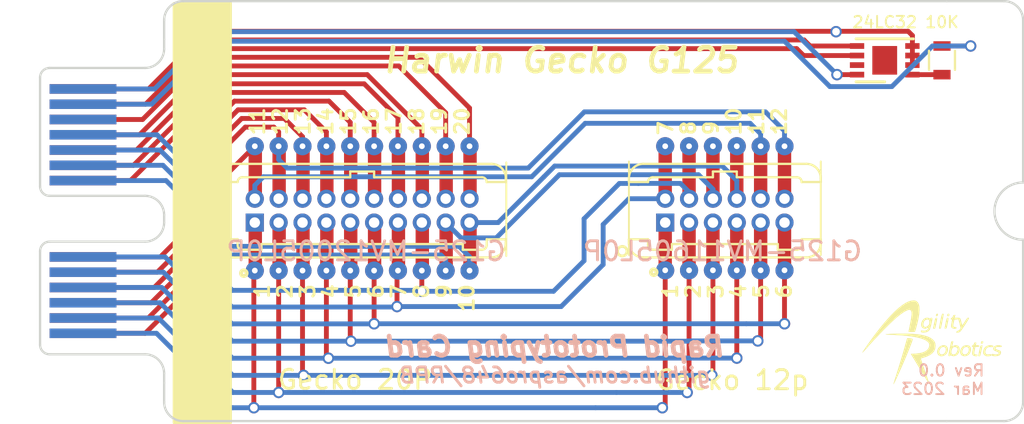
<source format=kicad_pcb>
(kicad_pcb (version 20171130) (host pcbnew "(5.1.12)-1")

  (general
    (thickness 1.6)
    (drawings 12)
    (tracks 295)
    (zones 0)
    (modules 12)
    (nets 29)
  )

  (page A)
  (title_block
    (title "Beetje 32U4 Blok")
    (date 2018-08-10)
    (rev 0.0)
    (company www.MakersBox.us)
    (comment 1 648.ken@gmail.com)
  )

  (layers
    (0 F.Cu signal)
    (31 B.Cu signal)
    (32 B.Adhes user)
    (33 F.Adhes user)
    (34 B.Paste user)
    (35 F.Paste user)
    (36 B.SilkS user)
    (37 F.SilkS user)
    (38 B.Mask user)
    (39 F.Mask user)
    (40 Dwgs.User user)
    (41 Cmts.User user)
    (42 Eco1.User user)
    (43 Eco2.User user)
    (44 Edge.Cuts user)
    (45 Margin user)
    (46 B.CrtYd user hide)
    (47 F.CrtYd user)
    (48 B.Fab user hide)
    (49 F.Fab user)
  )

  (setup
    (last_trace_width 0.254)
    (user_trace_width 0.3048)
    (user_trace_width 0.3556)
    (user_trace_width 0.4064)
    (user_trace_width 0.6096)
    (trace_clearance 0.2)
    (zone_clearance 0.35)
    (zone_45_only no)
    (trace_min 0.2)
    (via_size 0.6)
    (via_drill 0.4)
    (via_min_size 0.4)
    (via_min_drill 0.3)
    (uvia_size 0.3)
    (uvia_drill 0.1)
    (uvias_allowed no)
    (uvia_min_size 0.2)
    (uvia_min_drill 0.1)
    (edge_width 0.15)
    (segment_width 0.2)
    (pcb_text_width 0.3)
    (pcb_text_size 1.5 1.5)
    (mod_edge_width 0.15)
    (mod_text_size 1 1)
    (mod_text_width 0.15)
    (pad_size 0.5 3.500001)
    (pad_drill 0)
    (pad_to_mask_clearance 0)
    (aux_axis_origin 0 0)
    (visible_elements 7FFFFFFF)
    (pcbplotparams
      (layerselection 0x010f0_ffffffff)
      (usegerberextensions true)
      (usegerberattributes true)
      (usegerberadvancedattributes true)
      (creategerberjobfile false)
      (excludeedgelayer true)
      (linewidth 0.100000)
      (plotframeref false)
      (viasonmask false)
      (mode 1)
      (useauxorigin false)
      (hpglpennumber 1)
      (hpglpenspeed 20)
      (hpglpendiameter 15.000000)
      (psnegative false)
      (psa4output false)
      (plotreference true)
      (plotvalue true)
      (plotinvisibletext false)
      (padsonsilk false)
      (subtractmaskfromsilk false)
      (outputformat 1)
      (mirror false)
      (drillshape 0)
      (scaleselection 1)
      (outputdirectory "gerbers/"))
  )

  (net 0 "")
  (net 1 /10)
  (net 2 /01)
  (net 3 /02)
  (net 4 /04)
  (net 5 /05)
  (net 6 /06)
  (net 7 /07)
  (net 8 /08)
  (net 9 /09)
  (net 10 /11)
  (net 11 /12)
  (net 12 /13)
  (net 13 /14)
  (net 14 /15)
  (net 15 /16)
  (net 16 /17)
  (net 17 /18)
  (net 18 /19)
  (net 19 /20)
  (net 20 /03)
  (net 21 /D2_SDA)
  (net 22 GND)
  (net 23 /D3_SCL)
  (net 24 +5V)
  (net 25 /RESET)
  (net 26 /A)
  (net 27 "Net-(R1-Pad1)")
  (net 28 "Net-(U1-Pad7)")

  (net_class Default "This is the default net class."
    (clearance 0.2)
    (trace_width 0.254)
    (via_dia 0.6)
    (via_drill 0.4)
    (uvia_dia 0.3)
    (uvia_drill 0.1)
    (add_net +5V)
    (add_net /01)
    (add_net /02)
    (add_net /03)
    (add_net /04)
    (add_net /05)
    (add_net /06)
    (add_net /07)
    (add_net /08)
    (add_net /09)
    (add_net /10)
    (add_net /11)
    (add_net /12)
    (add_net /13)
    (add_net /14)
    (add_net /15)
    (add_net /16)
    (add_net /17)
    (add_net /18)
    (add_net /19)
    (add_net /20)
    (add_net /A)
    (add_net /D2_SDA)
    (add_net /D3_SCL)
    (add_net /RESET)
    (add_net GND)
    (add_net "Net-(R1-Pad1)")
    (add_net "Net-(U1-Pad7)")
  )

  (module footprints:MEC8-113-CARD_2 locked (layer F.Cu) (tedit 637EA67F) (tstamp 63856B0C)
    (at 0 -0.1 90)
    (path /63771AB0)
    (fp_text reference X0 (at 4.375 -1.25 90) (layer F.Fab)
      (effects (font (size 1 1) (thickness 0.15)))
    )
    (fp_text value "Card Edge" (at 10.9 -1 90) (layer F.Fab)
      (effects (font (size 1 1) (thickness 0.15)))
    )
    (fp_line (start 21 50.5) (end 21 47.5) (layer Edge.Cuts) (width 0.12))
    (fp_line (start 19 51.5) (end 20 51.5) (layer Edge.Cuts) (width 0.12))
    (fp_line (start 0 51.5) (end 1 51.5) (layer Edge.Cuts) (width 0.12))
    (fp_line (start -1 50.5) (end -1 47.5) (layer Edge.Cuts) (width 0.12))
    (fp_line (start 19 6.5) (end 20 6.5) (layer Edge.Cuts) (width 0.12))
    (fp_line (start 0 6.5) (end 1 6.5) (layer Edge.Cuts) (width 0.12))
    (fp_line (start 17 0) (end 11.3 0) (layer Edge.Cuts) (width 0.12))
    (fp_line (start 3 0) (end 7.9 0) (layer Edge.Cuts) (width 0.12))
    (fp_line (start 9.4 6.5) (end 9.8 6.5) (layer Edge.Cuts) (width 0.12))
    (fp_line (start 10.8 5.5) (end 10.8 0.5) (layer Edge.Cuts) (width 0.12))
    (fp_line (start 8.4 0.5) (end 8.4 5.5) (layer Edge.Cuts) (width 0.12))
    (fp_line (start 2.5 0.5) (end 2.5 5.5) (layer Edge.Cuts) (width 0.12))
    (fp_line (start 17.5 0.5) (end 17.5 5.5) (layer Edge.Cuts) (width 0.12))
    (fp_line (start 18.5 6.5) (end 19 6.5) (layer Edge.Cuts) (width 0.12))
    (fp_line (start 1 6.5) (end 1.5 6.5) (layer Edge.Cuts) (width 0.12))
    (fp_line (start 10 11.5) (end 10 48.5) (layer Dwgs.User) (width 0.12))
    (fp_line (start 8.5 51.5) (end 1 51.5) (layer Edge.Cuts) (width 0.12))
    (fp_line (start 11.5 51.5) (end 19 51.5) (layer Edge.Cuts) (width 0.12))
    (fp_line (start 21 7.5) (end 21 47.5) (layer Edge.Cuts) (width 0.12))
    (fp_line (start -1 47.5) (end -1 7.5) (layer Edge.Cuts) (width 0.12))
    (fp_arc (start 10 51.5) (end 11.5 51.5) (angle -180) (layer Edge.Cuts) (width 0.12))
    (fp_arc (start 20 50.5) (end 20 51.5) (angle -90) (layer Edge.Cuts) (width 0.12))
    (fp_arc (start 0 50.5) (end -1 50.5) (angle -90) (layer Edge.Cuts) (width 0.12))
    (fp_arc (start 0 7.5) (end 0 6.5) (angle -90) (layer Edge.Cuts) (width 0.12))
    (fp_arc (start 20 7.5) (end 21 7.5) (angle -90) (layer Edge.Cuts) (width 0.12))
    (fp_arc (start 18.5 5.5) (end 17.5 5.5) (angle -90) (layer Edge.Cuts) (width 0.12))
    (fp_arc (start 1.5 5.5) (end 1.5 6.5) (angle -90) (layer Edge.Cuts) (width 0.12))
    (fp_arc (start 9.4 5.5) (end 8.4 5.5) (angle -90) (layer Edge.Cuts) (width 0.12))
    (fp_arc (start 9.8 5.5) (end 9.8 6.5) (angle -90) (layer Edge.Cuts) (width 0.12))
    (fp_arc (start 7.9 0.5) (end 8.4 0.5) (angle -90) (layer Edge.Cuts) (width 0.12))
    (fp_arc (start 11.3 0.5) (end 11.3 0) (angle -90) (layer Edge.Cuts) (width 0.12))
    (fp_arc (start 17 0.5) (end 17.5 0.5) (angle -90) (layer Edge.Cuts) (width 0.12))
    (fp_arc (start 3 0.5) (end 3 0) (angle -90) (layer Edge.Cuts) (width 0.12))
    (fp_arc (start 10 51.5) (end 13.5 51.5) (angle -180) (layer Dwgs.User) (width 0.12))
    (pad 14 smd rect (at 3.6 2.25 90) (size 0.5 3.5) (layers F.Cu F.Paste F.Mask)
      (net 10 /11))
    (pad 1 smd rect (at 3.6 2.25 90) (size 0.5 3.5) (layers B.Cu B.Paste B.Mask)
      (net 2 /01))
    (pad 15 smd rect (at 4.4 2.25 90) (size 0.5 3.5) (layers F.Cu F.Paste F.Mask)
      (net 11 /12))
    (pad 2 smd rect (at 4.4 2.25 90) (size 0.5 3.5) (layers B.Cu B.Paste B.Mask)
      (net 3 /02))
    (pad 16 smd rect (at 5.2 2.25 90) (size 0.5 3.5) (layers F.Cu F.Paste F.Mask)
      (net 12 /13))
    (pad 3 smd rect (at 5.2 2.25 90) (size 0.5 3.5) (layers B.Cu B.Paste B.Mask)
      (net 20 /03))
    (pad 17 smd rect (at 6 2.25 90) (size 0.5 3.5) (layers F.Cu F.Paste F.Mask)
      (net 13 /14))
    (pad 4 smd rect (at 6 2.25 90) (size 0.5 3.5) (layers B.Cu B.Paste B.Mask)
      (net 4 /04))
    (pad 18 smd rect (at 6.8 2.25 90) (size 0.5 3.5) (layers F.Cu F.Paste F.Mask)
      (net 14 /15))
    (pad 5 smd rect (at 6.8 2.25 90) (size 0.5 3.5) (layers B.Cu B.Paste B.Mask)
      (net 5 /05))
    (pad 19 smd rect (at 7.6 2.25 90) (size 0.5 3.5) (layers F.Cu F.Paste F.Mask)
      (net 15 /16))
    (pad 6 smd rect (at 7.6 2.25 90) (size 0.5 3.5) (layers B.Cu B.Paste B.Mask)
      (net 6 /06))
    (pad 20 smd rect (at 11.6 2.25 90) (size 0.5 3.5) (layers F.Cu F.Paste F.Mask)
      (net 16 /17))
    (pad 7 smd rect (at 11.6 2.25 90) (size 0.5 3.5) (layers B.Cu B.Paste B.Mask)
      (net 7 /07))
    (pad 21 smd rect (at 12.4 2.25 90) (size 0.5 3.5) (layers F.Cu F.Paste F.Mask)
      (net 17 /18))
    (pad 8 smd rect (at 12.4 2.25 90) (size 0.5 3.5) (layers B.Cu B.Paste B.Mask)
      (net 8 /08))
    (pad 22 smd rect (at 13.2 2.25 90) (size 0.5 3.5) (layers F.Cu F.Paste F.Mask)
      (net 18 /19))
    (pad 9 smd rect (at 13.2 2.25 90) (size 0.5 3.5) (layers B.Cu B.Paste B.Mask)
      (net 9 /09))
    (pad 23 smd rect (at 14 2.25 90) (size 0.5 3.5) (layers F.Cu F.Paste F.Mask)
      (net 19 /20))
    (pad 10 smd rect (at 14 2.25 90) (size 0.5 3.5) (layers B.Cu B.Paste B.Mask)
      (net 1 /10))
    (pad 24 smd rect (at 14.8 2.25 90) (size 0.5 3.5) (layers F.Cu F.Paste F.Mask)
      (net 23 /D3_SCL))
    (pad 11 smd rect (at 14.8 2.25 90) (size 0.5 3.5) (layers B.Cu B.Paste B.Mask)
      (net 25 /RESET))
    (pad 25 smd rect (at 15.6 2.25 90) (size 0.5 3.5) (layers F.Cu F.Paste F.Mask)
      (net 21 /D2_SDA))
    (pad 12 smd rect (at 15.6 2.25 90) (size 0.5 3.5) (layers B.Cu B.Paste B.Mask)
      (net 26 /A))
    (pad 26 smd rect (at 16.4 2.25 90) (size 0.5 3.5) (layers F.Cu F.Paste F.Mask)
      (net 22 GND))
    (pad 13 smd rect (at 16.4 2.25 90) (size 0.5 3.5) (layers B.Cu B.Paste B.Mask)
      (net 24 +5V))
  )

  (module footprints:G125-MS10605L0P (layer F.Cu) (tedit 0) (tstamp 6411756C)
    (at 35.875 -10.25)
    (descr G125-MS10605L0P)
    (tags Connector)
    (path /64136784)
    (attr smd)
    (fp_text reference J11 (at 0 0) (layer F.SilkS) hide
      (effects (font (size 1.27 1.27) (thickness 0.254)))
    )
    (fp_text value "Gecko 12p" (at 0 0) (layer F.SilkS) hide
      (effects (font (size 1.27 1.27) (thickness 0.254)))
    )
    (fp_line (start -5.025 -2.45) (end 5.025 -2.45) (layer F.Fab) (width 0.2))
    (fp_line (start 5.025 -2.45) (end 5.025 2.45) (layer F.Fab) (width 0.2))
    (fp_line (start 5.025 2.45) (end -5.025 2.45) (layer F.Fab) (width 0.2))
    (fp_line (start -5.025 2.45) (end -5.025 -2.45) (layer F.Fab) (width 0.2))
    (fp_line (start 5.025 -2.45) (end 5.025 2.45) (layer F.SilkS) (width 0.1))
    (fp_line (start -5.025 2.45) (end -5.025 -2.45) (layer F.SilkS) (width 0.1))
    (fp_line (start -6.225 -4.1) (end 6.225 -4.1) (layer F.CrtYd) (width 0.05))
    (fp_line (start 6.225 -4.1) (end 6.225 4.45) (layer F.CrtYd) (width 0.05))
    (fp_line (start 6.225 4.45) (end -6.225 4.45) (layer F.CrtYd) (width 0.05))
    (fp_line (start -6.225 4.45) (end -6.225 -4.1) (layer F.CrtYd) (width 0.05))
    (fp_circle (center -3.725 3.35) (end -3.725 3.4) (layer F.SilkS) (width 0.2))
    (fp_text user %R (at 0 0) (layer F.Fab)
      (effects (font (size 1.27 1.27) (thickness 0.254)))
    )
    (pad 1 smd rect (at -3.125 1.85) (size 0.7 2.5) (layers F.Cu F.Paste F.Mask)
      (net 2 /01))
    (pad 2 smd rect (at -1.875 1.85) (size 0.7 2.5) (layers F.Cu F.Paste F.Mask)
      (net 3 /02))
    (pad 3 smd rect (at -0.625 1.85) (size 0.7 2.5) (layers F.Cu F.Paste F.Mask)
      (net 20 /03))
    (pad 4 smd rect (at 0.625 1.85) (size 0.7 2.5) (layers F.Cu F.Paste F.Mask)
      (net 4 /04))
    (pad 5 smd rect (at 1.875 1.85) (size 0.7 2.5) (layers F.Cu F.Paste F.Mask)
      (net 5 /05))
    (pad 6 smd rect (at 3.125 1.85) (size 0.7 2.5) (layers F.Cu F.Paste F.Mask)
      (net 6 /06))
    (pad 7 smd rect (at -3.125 -1.85) (size 0.7 2.5) (layers F.Cu F.Paste F.Mask)
      (net 7 /07))
    (pad 8 smd rect (at -1.875 -1.85) (size 0.7 2.5) (layers F.Cu F.Paste F.Mask)
      (net 8 /08))
    (pad 9 smd rect (at -0.625 -1.85) (size 0.7 2.5) (layers F.Cu F.Paste F.Mask)
      (net 9 /09))
    (pad 10 smd rect (at 0.625 -1.85) (size 0.7 2.5) (layers F.Cu F.Paste F.Mask)
      (net 1 /10))
    (pad 11 smd rect (at 1.875 -1.85) (size 0.7 2.5) (layers F.Cu F.Paste F.Mask)
      (net 10 /11))
    (pad 12 smd rect (at 3.125 -1.85) (size 0.7 2.5) (layers F.Cu F.Paste F.Mask)
      (net 11 /12))
    (model G125-MS11205L0P.stp
      (offset (xyz 0 0 1.999999969963015))
      (scale (xyz 1 1 1))
      (rotate (xyz -90 0 0))
    )
  )

  (module footprints:test_pads_125mm_x06 (layer F.Cu) (tedit 63842995) (tstamp 6411744B)
    (at 32.75 -13.5)
    (descr "Harwin Gecko Connector, 6 pins, dual row female, vertical entry, PN:G125-FVX0605L0X")
    (tags "connector harwin gecko")
    (path /64127CD0)
    (fp_text reference J3 (at 1 1.5) (layer F.SilkS) hide
      (effects (font (size 0.8 0.8) (thickness 0.15)))
    )
    (fp_text value "test points" (at 4 -1.5) (layer F.Fab)
      (effects (font (size 1 1) (thickness 0.15)))
    )
    (fp_line (start 0.3 -0.6) (end 0 0) (layer F.Fab) (width 0.1))
    (fp_line (start -0.3 -0.6) (end 0.3 -0.6) (layer F.Fab) (width 0.1))
    (fp_line (start 0 0) (end -0.3 -0.6) (layer F.Fab) (width 0.1))
    (fp_text user %R (at 1.25 0) (layer F.Fab)
      (effects (font (size 1 1) (thickness 0.15)))
    )
    (pad 3 thru_hole circle (at 2.5 0) (size 0.95 0.95) (drill 0.3) (layers *.Cu *.Mask)
      (net 9 /09))
    (pad 2 thru_hole circle (at 1.25 0) (size 0.95 0.95) (drill 0.3) (layers *.Cu *.Mask)
      (net 8 /08))
    (pad 1 thru_hole circle (at 0 0) (size 0.95 0.95) (drill 0.3) (layers *.Cu *.Mask)
      (net 7 /07))
    (pad 4 thru_hole circle (at 3.75 0) (size 0.95 0.95) (drill 0.3) (layers *.Cu *.Mask)
      (net 1 /10))
    (pad 5 thru_hole circle (at 5 0) (size 0.95 0.95) (drill 0.3) (layers *.Cu *.Mask)
      (net 10 /11))
    (pad 6 thru_hole circle (at 6.25 0) (size 0.95 0.95) (drill 0.3) (layers *.Cu *.Mask)
      (net 11 /12))
    (model ${KISYS3DMOD}/Connector_Harwin.3dshapes/Harwin_Gecko-G125-FVX0605L0X_2x03_P1.25mm_Vertical.wrl
      (at (xyz 0 0 0))
      (scale (xyz 1 1 1))
      (rotate (xyz 0 0 0))
    )
  )

  (module footprints:Harwin_Gecko-G125-MVX1205L0X_2x06_P1.25mm_Vertical (layer F.Cu) (tedit 63711ABB) (tstamp 64117766)
    (at 32.75 -9.5)
    (descr "Harwin Gecko Connector, 12 pins, dual row male, vertical entry, no latches, PN:G125-MVX1205L0X")
    (tags "connector harwin gecko")
    (path /64126599)
    (fp_text reference J2 (at 3 -4.5) (layer F.SilkS) hide
      (effects (font (size 1 1) (thickness 0.15)))
    )
    (fp_text value "Gecko 12p" (at 3.5 8.25) (layer F.SilkS)
      (effects (font (size 1 1) (thickness 0.15)))
    )
    (fp_line (start 0.3 0.85) (end 0 0.25) (layer F.Fab) (width 0.1))
    (fp_line (start -0.3 0.85) (end 0.3 0.85) (layer F.Fab) (width 0.1))
    (fp_line (start 0 0.25) (end -0.3 0.85) (layer F.Fab) (width 0.1))
    (fp_line (start 8.65 -3.58) (end -2.4 -3.58) (layer F.CrtYd) (width 0.05))
    (fp_line (start 8.65 -2.58) (end 8.65 -3.58) (layer F.CrtYd) (width 0.05))
    (fp_line (start -2.4 -2.58) (end 8.65 -2.58) (layer F.CrtYd) (width 0.05))
    (fp_line (start -2.4 -3.58) (end -2.4 -2.58) (layer F.CrtYd) (width 0.05))
    (fp_line (start 7.15 1.175) (end 7.15 0.875) (layer F.Fab) (width 0.1))
    (fp_line (start -0.9 1.175) (end -0.9 0.875) (layer F.Fab) (width 0.1))
    (fp_line (start -0.9 0.875) (end -0.9 0.875) (layer F.Fab) (width 0.1))
    (fp_line (start -1.9 0.875) (end -0.9 0.875) (layer F.Fab) (width 0.1))
    (fp_line (start -1.9 1.075) (end -1.9 0.875) (layer F.Fab) (width 0.1))
    (fp_line (start 7.15 0.875) (end 7.15 0.875) (layer F.Fab) (width 0.1))
    (fp_line (start 8.15 0.875) (end 7.15 0.875) (layer F.Fab) (width 0.1))
    (fp_line (start 8.15 1.075) (end 8.15 0.875) (layer F.Fab) (width 0.1))
    (fp_line (start 7.15 -2.125) (end 7.15 -2.125) (layer F.Fab) (width 0.1))
    (fp_line (start 8.15 -2.125) (end 7.15 -2.125) (layer F.Fab) (width 0.1))
    (fp_line (start 8.15 -2.325) (end 8.15 -2.125) (layer F.Fab) (width 0.1))
    (fp_line (start -0.9 -2.125) (end -0.9 -2.125) (layer F.Fab) (width 0.1))
    (fp_line (start -1.9 -2.125) (end -0.9 -2.125) (layer F.Fab) (width 0.1))
    (fp_line (start -1.9 -2.325) (end -1.9 -2.125) (layer F.Fab) (width 0.1))
    (fp_line (start 3.75 -2.375) (end 6.9 -2.375) (layer F.Fab) (width 0.1))
    (fp_line (start 3.75 -2.675) (end 3.75 -2.375) (layer F.Fab) (width 0.1))
    (fp_line (start 2.5 -2.675) (end 3.75 -2.675) (layer F.Fab) (width 0.1))
    (fp_line (start 2.5 -2.375) (end 2.5 -2.675) (layer F.Fab) (width 0.1))
    (fp_line (start -0.65 -2.375) (end 2.5 -2.375) (layer F.Fab) (width 0.1))
    (fp_line (start 5.9 1.425) (end 6.9 1.425) (layer F.Fab) (width 0.1))
    (fp_line (start 5.9 1.125) (end 5.9 1.425) (layer F.Fab) (width 0.1))
    (fp_line (start 0.35 1.125) (end 5.9 1.125) (layer F.Fab) (width 0.1))
    (fp_line (start 0.35 1.425) (end 0.35 1.125) (layer F.Fab) (width 0.1))
    (fp_line (start -0.65 1.425) (end 0.35 1.425) (layer F.Fab) (width 0.1))
    (fp_line (start -1.15 1.825) (end 7.4 1.825) (layer F.Fab) (width 0.1))
    (fp_line (start -1.15 -3.075) (end 7.4 -3.075) (layer F.Fab) (width 0.1))
    (fp_line (start 7.15 1.175) (end 7.15 0.875) (layer F.SilkS) (width 0.12))
    (fp_line (start -0.9 1.175) (end -0.9 0.875) (layer F.SilkS) (width 0.12))
    (fp_line (start -0.9 0.875) (end -0.9 0.875) (layer F.SilkS) (width 0.12))
    (fp_line (start -1.9 0.875) (end -0.9 0.875) (layer F.SilkS) (width 0.12))
    (fp_line (start -1.9 1.075) (end -1.9 0.875) (layer F.SilkS) (width 0.12))
    (fp_line (start 7.15 0.875) (end 7.15 0.875) (layer F.SilkS) (width 0.12))
    (fp_line (start 8.15 0.875) (end 7.15 0.875) (layer F.SilkS) (width 0.12))
    (fp_line (start 8.15 1.075) (end 8.15 0.875) (layer F.SilkS) (width 0.12))
    (fp_line (start 7.15 -2.125) (end 7.15 -2.125) (layer F.SilkS) (width 0.12))
    (fp_line (start 8.15 -2.125) (end 7.15 -2.125) (layer F.SilkS) (width 0.12))
    (fp_line (start 8.15 -2.325) (end 8.15 -2.125) (layer F.SilkS) (width 0.12))
    (fp_line (start -0.9 -2.125) (end -0.9 -2.125) (layer F.SilkS) (width 0.12))
    (fp_line (start -1.9 -2.125) (end -0.9 -2.125) (layer F.SilkS) (width 0.12))
    (fp_line (start -1.9 -2.325) (end -1.9 -2.125) (layer F.SilkS) (width 0.12))
    (fp_line (start 3.75 -2.375) (end 6.9 -2.375) (layer F.SilkS) (width 0.12))
    (fp_line (start 3.75 -2.675) (end 3.75 -2.375) (layer F.SilkS) (width 0.12))
    (fp_line (start 2.5 -2.675) (end 3.75 -2.675) (layer F.SilkS) (width 0.12))
    (fp_line (start 2.5 -2.375) (end 2.5 -2.675) (layer F.SilkS) (width 0.12))
    (fp_line (start -0.65 -2.375) (end 2.5 -2.375) (layer F.SilkS) (width 0.12))
    (fp_line (start 5.9 1.425) (end 6.9 1.425) (layer F.SilkS) (width 0.12))
    (fp_line (start 5.9 1.125) (end 5.9 1.425) (layer F.SilkS) (width 0.12))
    (fp_line (start 0.35 1.125) (end 5.9 1.125) (layer F.SilkS) (width 0.12))
    (fp_line (start 0.35 1.425) (end 0.35 1.125) (layer F.SilkS) (width 0.12))
    (fp_line (start -0.65 1.425) (end 0.35 1.425) (layer F.SilkS) (width 0.12))
    (fp_line (start -1.15 1.825) (end 7.4 1.825) (layer F.SilkS) (width 0.12))
    (fp_line (start -1.15 -3.075) (end 7.4 -3.075) (layer F.SilkS) (width 0.12))
    (fp_circle (center -2.25 1.5) (end -2 1.5) (layer F.SilkS) (width 0.15))
    (fp_arc (start -1.15 -2.325) (end -1.9 -2.325) (angle 90) (layer F.SilkS) (width 0.12))
    (fp_arc (start 7.4 -2.325) (end 7.4 -3.075) (angle 90) (layer F.SilkS) (width 0.12))
    (fp_arc (start 7.4 1.075) (end 8.15 1.075) (angle 90) (layer F.SilkS) (width 0.12))
    (fp_arc (start -1.15 1.075) (end -1.15 1.825) (angle 90) (layer F.SilkS) (width 0.12))
    (fp_arc (start -0.65 -2.125) (end -0.9 -2.125) (angle 90) (layer F.SilkS) (width 0.12))
    (fp_arc (start 6.9 -2.125) (end 6.9 -2.375) (angle 90) (layer F.SilkS) (width 0.12))
    (fp_arc (start 6.9 1.175) (end 7.15 1.175) (angle 90) (layer F.SilkS) (width 0.12))
    (fp_arc (start -0.65 1.175) (end -0.65 1.425) (angle 90) (layer F.SilkS) (width 0.12))
    (fp_arc (start -1.15 -2.325) (end -1.9 -2.325) (angle 90) (layer F.Fab) (width 0.1))
    (fp_arc (start 7.4 -2.325) (end 7.4 -3.075) (angle 90) (layer F.Fab) (width 0.1))
    (fp_arc (start 7.4 1.075) (end 8.15 1.075) (angle 90) (layer F.Fab) (width 0.1))
    (fp_arc (start -1.15 1.075) (end -1.15 1.825) (angle 90) (layer F.Fab) (width 0.1))
    (fp_arc (start -0.65 -2.125) (end -0.9 -2.125) (angle 90) (layer F.Fab) (width 0.1))
    (fp_arc (start 6.9 -2.125) (end 6.9 -2.375) (angle 90) (layer F.Fab) (width 0.1))
    (fp_arc (start 6.9 1.175) (end 7.15 1.175) (angle 90) (layer F.Fab) (width 0.1))
    (fp_arc (start -0.65 1.175) (end -0.65 1.425) (angle 90) (layer F.Fab) (width 0.1))
    (fp_text user %R (at 3.125 0) (layer F.Fab)
      (effects (font (size 1 1) (thickness 0.15)))
    )
    (fp_text user G125-MV11605L0P (at 3 1.5) (layer B.SilkS)
      (effects (font (size 1 1) (thickness 0.15)) (justify mirror))
    )
    (pad 1 thru_hole rect (at 0 0) (size 0.95 0.95) (drill 0.55) (layers *.Cu *.Mask)
      (net 2 /01))
    (pad 2 thru_hole circle (at 1.25 0) (size 0.95 0.95) (drill 0.55) (layers *.Cu *.Mask)
      (net 3 /02))
    (pad 3 thru_hole circle (at 2.5 0) (size 0.95 0.95) (drill 0.55) (layers *.Cu *.Mask)
      (net 20 /03))
    (pad 4 thru_hole circle (at 3.75 0) (size 0.95 0.95) (drill 0.55) (layers *.Cu *.Mask)
      (net 4 /04))
    (pad 5 thru_hole circle (at 5 0) (size 0.95 0.95) (drill 0.55) (layers *.Cu *.Mask)
      (net 5 /05))
    (pad 6 thru_hole circle (at 6.25 0) (size 0.95 0.95) (drill 0.55) (layers *.Cu *.Mask)
      (net 6 /06))
    (pad 7 thru_hole circle (at 0 -1.25) (size 0.95 0.95) (drill 0.55) (layers *.Cu *.Mask)
      (net 7 /07))
    (pad 8 thru_hole circle (at 1.25 -1.25) (size 0.95 0.95) (drill 0.55) (layers *.Cu *.Mask)
      (net 8 /08))
    (pad 9 thru_hole circle (at 2.5 -1.25) (size 0.95 0.95) (drill 0.55) (layers *.Cu *.Mask)
      (net 9 /09))
    (pad 10 thru_hole circle (at 3.75 -1.25) (size 0.95 0.95) (drill 0.55) (layers *.Cu *.Mask)
      (net 1 /10))
    (pad 11 thru_hole circle (at 5 -1.25) (size 0.95 0.95) (drill 0.55) (layers *.Cu *.Mask)
      (net 10 /11))
    (pad 12 thru_hole circle (at 6.25 -1.25) (size 0.95 0.95) (drill 0.55) (layers *.Cu *.Mask)
      (net 11 /12))
    (model ${KIPRJMOD}/3D/G125-MV11205L0P.stp
      (offset (xyz 3 0.5 1.5))
      (scale (xyz 1 1 1))
      (rotate (xyz -90 0 0))
    )
  )

  (module footprints:test_pads_125mm_x06 (layer F.Cu) (tedit 63842995) (tstamp 641158D3)
    (at 32.75 -7)
    (descr "Harwin Gecko Connector, 6 pins, dual row female, vertical entry, PN:G125-FVX0605L0X")
    (tags "connector harwin gecko")
    (path /64128932)
    (fp_text reference J6 (at 1 1.5) (layer F.SilkS) hide
      (effects (font (size 0.8 0.8) (thickness 0.15)))
    )
    (fp_text value "test points" (at 4 -1.5) (layer F.Fab)
      (effects (font (size 1 1) (thickness 0.15)))
    )
    (fp_line (start 0 0) (end -0.3 -0.6) (layer F.Fab) (width 0.1))
    (fp_line (start -0.3 -0.6) (end 0.3 -0.6) (layer F.Fab) (width 0.1))
    (fp_line (start 0.3 -0.6) (end 0 0) (layer F.Fab) (width 0.1))
    (fp_text user %R (at 1.25 0) (layer F.Fab)
      (effects (font (size 1 1) (thickness 0.15)))
    )
    (pad 6 thru_hole circle (at 6.25 0) (size 0.95 0.95) (drill 0.3) (layers *.Cu *.Mask)
      (net 6 /06))
    (pad 5 thru_hole circle (at 5 0) (size 0.95 0.95) (drill 0.3) (layers *.Cu *.Mask)
      (net 5 /05))
    (pad 4 thru_hole circle (at 3.75 0) (size 0.95 0.95) (drill 0.3) (layers *.Cu *.Mask)
      (net 4 /04))
    (pad 1 thru_hole circle (at 0 0) (size 0.95 0.95) (drill 0.3) (layers *.Cu *.Mask)
      (net 2 /01))
    (pad 2 thru_hole circle (at 1.25 0) (size 0.95 0.95) (drill 0.3) (layers *.Cu *.Mask)
      (net 3 /02))
    (pad 3 thru_hole circle (at 2.5 0) (size 0.95 0.95) (drill 0.3) (layers *.Cu *.Mask)
      (net 20 /03))
    (model ${KISYS3DMOD}/Connector_Harwin.3dshapes/Harwin_Gecko-G125-FVX0605L0X_2x03_P1.25mm_Vertical.wrl
      (at (xyz 0 0 0))
      (scale (xyz 1 1 1))
      (rotate (xyz 0 0 0))
    )
  )

  (module footprints:R_0603 (layer F.Cu) (tedit 636E7A48) (tstamp 638A976F)
    (at 47.25 -18 90)
    (descr "Resistor SMD 0603, reflow soldering, Vishay (see dcrcw.pdf)")
    (tags "resistor 0603")
    (path /63EABA42)
    (attr smd)
    (fp_text reference R1 (at 1.905 0 270) (layer Dwgs.User)
      (effects (font (size 1 1) (thickness 0.15)))
    )
    (fp_text value 10K (at 2 0) (layer F.SilkS)
      (effects (font (size 0.6 0.6) (thickness 0.1)))
    )
    (fp_line (start 1.25 0.7) (end -1.25 0.7) (layer F.CrtYd) (width 0.05))
    (fp_line (start 1.25 0.7) (end 1.25 -0.7) (layer F.CrtYd) (width 0.05))
    (fp_line (start -1.25 -0.7) (end -1.25 0.7) (layer F.CrtYd) (width 0.05))
    (fp_line (start -1.25 -0.7) (end 1.25 -0.7) (layer F.CrtYd) (width 0.05))
    (fp_line (start -0.5 -0.68) (end 0.5 -0.68) (layer F.SilkS) (width 0.12))
    (fp_line (start 0.5 0.68) (end -0.5 0.68) (layer F.SilkS) (width 0.12))
    (fp_line (start -0.8 -0.4) (end 0.8 -0.4) (layer F.Fab) (width 0.1))
    (fp_line (start 0.8 -0.4) (end 0.8 0.4) (layer F.Fab) (width 0.1))
    (fp_line (start 0.8 0.4) (end -0.8 0.4) (layer F.Fab) (width 0.1))
    (fp_line (start -0.8 0.4) (end -0.8 -0.4) (layer F.Fab) (width 0.1))
    (fp_text user %R (at 0 0 270) (layer F.Fab)
      (effects (font (size 0.4 0.4) (thickness 0.075)))
    )
    (pad 1 smd rect (at -0.75 0 90) (size 0.5 0.9) (layers F.Cu F.Paste F.Mask)
      (net 27 "Net-(R1-Pad1)"))
    (pad 2 smd rect (at 0.75 0 90) (size 0.5 0.9) (layers F.Cu F.Paste F.Mask)
      (net 26 /A))
    (model ${KISYS3DMOD}/Resistors_SMD.3dshapes/R_0603.wrl
      (at (xyz 0 0 0))
      (scale (xyz 1 1 1))
      (rotate (xyz 0 0 0))
    )
  )

  (module footprints:AR_logo_18mm (layer F.Cu) (tedit 63780F59) (tstamp 638A9BE4)
    (at 46.7 -3.2)
    (path /638FF067)
    (fp_text reference G1 (at 0 0) (layer F.SilkS) hide
      (effects (font (size 0.8 0.8) (thickness 0.2)))
    )
    (fp_text value LOGO (at 0.75 0) (layer Dwgs.User)
      (effects (font (size 0.8 0.8) (thickness 0.2)))
    )
    (fp_poly (pts (xy -1.186788 -0.241754) (xy -1.11363 -0.231695) (xy -1.062492 -0.22388) (xy -1.024858 -0.216991)
      (xy -1.000759 -0.205621) (xy -0.990226 -0.184364) (xy -0.993291 -0.147814) (xy -1.009986 -0.090565)
      (xy -1.040343 -0.007211) (xy -1.084392 0.107654) (xy -1.116096 0.1905) (xy -1.166301 0.319274)
      (xy -1.226295 0.467901) (xy -1.294094 0.631888) (xy -1.367714 0.806744) (xy -1.44517 0.987975)
      (xy -1.524477 1.171091) (xy -1.603651 1.351598) (xy -1.680707 1.525005) (xy -1.753661 1.686819)
      (xy -1.820528 1.832549) (xy -1.879323 1.957701) (xy -1.928062 2.057784) (xy -1.964761 2.128306)
      (xy -1.987435 2.164775) (xy -1.989134 2.166665) (xy -1.98878 2.153681) (xy -1.976814 2.10647)
      (xy -1.954955 2.030986) (xy -1.924924 1.933181) (xy -1.891356 1.827998) (xy -1.817997 1.599256)
      (xy -1.742256 1.358419) (xy -1.666453 1.113168) (xy -1.592906 0.871185) (xy -1.523933 0.640149)
      (xy -1.461852 0.427742) (xy -1.408981 0.241645) (xy -1.374753 0.116416) (xy -1.343721 0.002226)
      (xy -1.315468 -0.097635) (xy -1.292121 -0.17596) (xy -1.275809 -0.225545) (xy -1.269727 -0.239281)
      (xy -1.242911 -0.244487) (xy -1.186788 -0.241754)) (layer F.SilkS) (width 0.01))
    (fp_poly (pts (xy -1.123301 -0.475872) (xy -0.845356 -0.457808) (xy -0.602961 -0.428259) (xy -0.394302 -0.386926)
      (xy -0.217566 -0.333511) (xy -0.07094 -0.267715) (xy 0.047387 -0.189239) (xy 0.067443 -0.172324)
      (xy 0.148837 -0.081297) (xy 0.195308 0.022322) (xy 0.211136 0.148488) (xy 0.211202 0.161948)
      (xy 0.192045 0.307776) (xy 0.135429 0.436293) (xy 0.040893 0.547981) (xy -0.092025 0.643318)
      (xy -0.263786 0.722783) (xy -0.359833 0.755329) (xy -0.441971 0.781418) (xy -0.508269 0.804211)
      (xy -0.548518 0.820127) (xy -0.555243 0.823936) (xy -0.552135 0.846391) (xy -0.536157 0.903873)
      (xy -0.508859 0.991608) (xy -0.471795 1.104824) (xy -0.426514 1.238746) (xy -0.374571 1.388601)
      (xy -0.338023 1.492139) (xy -0.282259 1.649894) (xy -0.231624 1.794825) (xy -0.187742 1.922147)
      (xy -0.152239 2.027074) (xy -0.126742 2.104817) (xy -0.112876 2.150592) (xy -0.110863 2.160917)
      (xy -0.122573 2.146376) (xy -0.153843 2.099122) (xy -0.202443 2.022734) (xy -0.266146 1.920795)
      (xy -0.342722 1.796886) (xy -0.429944 1.65459) (xy -0.525584 1.497488) (xy -0.597609 1.378537)
      (xy -1.078801 0.582083) (xy -0.851609 0.569471) (xy -0.640026 0.547119) (xy -0.462867 0.505725)
      (xy -0.321185 0.44574) (xy -0.216037 0.367611) (xy -0.148478 0.27179) (xy -0.147478 0.269609)
      (xy -0.112196 0.166326) (xy -0.111038 0.080414) (xy -0.144671 0.003311) (xy -0.170776 -0.030159)
      (xy -0.262469 -0.10717) (xy -0.394919 -0.176293) (xy -0.567254 -0.237349) (xy -0.778605 -0.290157)
      (xy -1.028101 -0.334536) (xy -1.314873 -0.370305) (xy -1.63805 -0.397283) (xy -1.996762 -0.41529)
      (xy -2.030517 -0.416456) (xy -2.171319 -0.422036) (xy -2.28075 -0.428245) (xy -2.355992 -0.434844)
      (xy -2.394227 -0.441592) (xy -2.394856 -0.447525) (xy -2.361582 -0.452721) (xy -2.292157 -0.458373)
      (xy -2.192756 -0.464163) (xy -2.069553 -0.469768) (xy -1.928723 -0.47487) (xy -1.793089 -0.478739)
      (xy -1.438607 -0.48275) (xy -1.123301 -0.475872)) (layer F.SilkS) (width 0.01))
    (fp_poly (pts (xy 0.689407 0.127028) (xy 0.767543 0.15669) (xy 0.793851 0.178093) (xy 0.848189 0.260228)
      (xy 0.86504 0.357077) (xy 0.844254 0.463398) (xy 0.804465 0.545235) (xy 0.740007 0.619492)
      (xy 0.656723 0.671396) (xy 0.564883 0.698528) (xy 0.474759 0.698471) (xy 0.396624 0.668809)
      (xy 0.370315 0.647406) (xy 0.315978 0.565271) (xy 0.299551 0.47086) (xy 0.402167 0.47086)
      (xy 0.418935 0.543495) (xy 0.462988 0.592107) (xy 0.524942 0.613832) (xy 0.595417 0.605809)
      (xy 0.665031 0.565174) (xy 0.676392 0.554531) (xy 0.726823 0.482055) (xy 0.752974 0.397576)
      (xy 0.752091 0.315549) (xy 0.73174 0.263887) (xy 0.68219 0.223307) (xy 0.614 0.211252)
      (xy 0.540767 0.228811) (xy 0.510474 0.246182) (xy 0.461299 0.299846) (xy 0.422266 0.376158)
      (xy 0.40286 0.455437) (xy 0.402167 0.47086) (xy 0.299551 0.47086) (xy 0.299126 0.468422)
      (xy 0.319912 0.362101) (xy 0.359701 0.280264) (xy 0.424159 0.206007) (xy 0.507443 0.154103)
      (xy 0.599283 0.126971) (xy 0.689407 0.127028)) (layer F.SilkS) (width 0.01))
    (fp_poly (pts (xy 1.129371 -0.077985) (xy 1.135529 -0.050229) (xy 1.132991 -0.037042) (xy 1.121655 0.01425)
      (xy 1.106997 0.082211) (xy 1.103245 0.09984) (xy 1.084315 0.189097) (xy 1.144356 0.158048)
      (xy 1.234836 0.129018) (xy 1.323932 0.131125) (xy 1.398963 0.163284) (xy 1.419769 0.181664)
      (xy 1.461177 0.25451) (xy 1.473118 0.344753) (xy 1.458103 0.442055) (xy 1.418645 0.536074)
      (xy 1.357255 0.616472) (xy 1.303968 0.658268) (xy 1.222553 0.690028) (xy 1.135252 0.696192)
      (xy 1.059216 0.676181) (xy 1.044024 0.667054) (xy 1.009672 0.646963) (xy 0.993032 0.654089)
      (xy 0.987062 0.667054) (xy 0.960787 0.693549) (xy 0.923781 0.697439) (xy 0.894776 0.679985)
      (xy 0.889 0.660467) (xy 0.890514 0.64011) (xy 0.895666 0.605793) (xy 0.905371 0.552933)
      (xy 0.920541 0.476951) (xy 0.928497 0.43867) (xy 1.041254 0.43867) (xy 1.042578 0.521884)
      (xy 1.059078 0.572891) (xy 1.098147 0.605932) (xy 1.157455 0.614976) (xy 1.222789 0.600626)
      (xy 1.279921 0.563503) (xy 1.318487 0.510233) (xy 1.351282 0.440952) (xy 1.357106 0.423537)
      (xy 1.372193 0.360163) (xy 1.369475 0.31569) (xy 1.352779 0.278075) (xy 1.305802 0.233164)
      (xy 1.238399 0.213237) (xy 1.166743 0.222002) (xy 1.146737 0.230833) (xy 1.0971 0.278446)
      (xy 1.060683 0.352624) (xy 1.041254 0.43867) (xy 0.928497 0.43867) (xy 0.942091 0.373265)
      (xy 0.970936 0.237295) (xy 1.007056 0.068791) (xy 1.025306 -0.010242) (xy 1.040945 -0.056319)
      (xy 1.058796 -0.078161) (xy 1.083683 -0.084488) (xy 1.09193 -0.084667) (xy 1.129371 -0.077985)) (layer F.SilkS) (width 0.01))
    (fp_poly (pts (xy 1.904522 0.131858) (xy 1.974251 0.154295) (xy 2.024717 0.203195) (xy 2.044349 0.236248)
      (xy 2.068033 0.324831) (xy 2.059432 0.423769) (xy 2.022509 0.521543) (xy 1.961225 0.606634)
      (xy 1.899902 0.656281) (xy 1.813552 0.69042) (xy 1.719005 0.698893) (xy 1.631467 0.681954)
      (xy 1.577382 0.650875) (xy 1.527424 0.581382) (xy 1.507255 0.4929) (xy 1.50922 0.47086)
      (xy 1.608667 0.47086) (xy 1.625435 0.543495) (xy 1.669488 0.592107) (xy 1.731442 0.613832)
      (xy 1.801917 0.605809) (xy 1.871531 0.565174) (xy 1.882892 0.554531) (xy 1.933323 0.482055)
      (xy 1.959474 0.397576) (xy 1.958591 0.315549) (xy 1.93824 0.263887) (xy 1.88869 0.223307)
      (xy 1.8205 0.211252) (xy 1.747267 0.228811) (xy 1.716974 0.246182) (xy 1.667799 0.299846)
      (xy 1.628766 0.376158) (xy 1.60936 0.455437) (xy 1.608667 0.47086) (xy 1.50922 0.47086)
      (xy 1.515934 0.395555) (xy 1.552517 0.29947) (xy 1.616062 0.214773) (xy 1.618162 0.212721)
      (xy 1.673857 0.166694) (xy 1.731075 0.142557) (xy 1.806035 0.13172) (xy 1.904522 0.131858)) (layer F.SilkS) (width 0.01))
    (fp_poly (pts (xy 2.328817 -0.017024) (xy 2.339931 0.003654) (xy 2.334816 0.052916) (xy 2.322794 0.127)
      (xy 2.41023 0.127) (xy 2.466722 0.130315) (xy 2.492179 0.143818) (xy 2.497667 0.169333)
      (xy 2.491862 0.195113) (xy 2.467418 0.207728) (xy 2.41379 0.211564) (xy 2.395875 0.211666)
      (xy 2.294083 0.211666) (xy 2.260531 0.386291) (xy 2.243815 0.48613) (xy 2.24108 0.552015)
      (xy 2.25481 0.590735) (xy 2.287487 0.609077) (xy 2.341596 0.613829) (xy 2.343773 0.613833)
      (xy 2.392628 0.617726) (xy 2.407859 0.632427) (xy 2.404681 0.647314) (xy 2.393474 0.681056)
      (xy 2.391833 0.689647) (xy 2.373755 0.698161) (xy 2.329613 0.698401) (xy 2.274547 0.691808)
      (xy 2.223697 0.679822) (xy 2.203542 0.671729) (xy 2.163054 0.642481) (xy 2.140764 0.60107)
      (xy 2.135408 0.539646) (xy 2.145725 0.450356) (xy 2.157669 0.386291) (xy 2.174237 0.301367)
      (xy 2.181904 0.249652) (xy 2.180533 0.222939) (xy 2.169986 0.213022) (xy 2.15473 0.211666)
      (xy 2.122857 0.199287) (xy 2.119654 0.171159) (xy 2.143202 0.140794) (xy 2.166606 0.128131)
      (xy 2.212464 0.089128) (xy 2.229577 0.043989) (xy 2.246629 -0.003413) (xy 2.278943 -0.020301)
      (xy 2.294723 -0.021167) (xy 2.328817 -0.017024)) (layer F.SilkS) (width 0.01))
    (fp_poly (pts (xy 2.655334 0.129767) (xy 2.667 0.134672) (xy 2.662732 0.163651) (xy 2.651337 0.223181)
      (xy 2.634922 0.30348) (xy 2.615599 0.394767) (xy 2.595476 0.487262) (xy 2.576665 0.571183)
      (xy 2.561273 0.63675) (xy 2.551413 0.674182) (xy 2.549604 0.678917) (xy 2.520823 0.694996)
      (xy 2.493771 0.6985) (xy 2.464867 0.692823) (xy 2.457709 0.667715) (xy 2.463208 0.629708)
      (xy 2.493964 0.471171) (xy 2.518846 0.34955) (xy 2.539313 0.260067) (xy 2.556827 0.197945)
      (xy 2.572845 0.158406) (xy 2.58883 0.136672) (xy 2.606241 0.127966) (xy 2.616842 0.127)
      (xy 2.655334 0.129767)) (layer F.SilkS) (width 0.01))
    (fp_poly (pts (xy 3.166546 0.133572) (xy 3.220228 0.152027) (xy 3.235693 0.183238) (xy 3.232204 0.197541)
      (xy 3.215947 0.216023) (xy 3.179591 0.222638) (xy 3.113039 0.21898) (xy 3.102815 0.217955)
      (xy 3.002828 0.217357) (xy 2.930282 0.242725) (xy 2.876073 0.298655) (xy 2.85008 0.345572)
      (xy 2.819878 0.438951) (xy 2.821467 0.519422) (xy 2.854618 0.579396) (xy 2.857237 0.581845)
      (xy 2.889674 0.603317) (xy 2.932686 0.611783) (xy 2.999762 0.609231) (xy 3.025749 0.606703)
      (xy 3.095328 0.600579) (xy 3.131425 0.602009) (xy 3.142495 0.612745) (xy 3.13868 0.630118)
      (xy 3.119057 0.665814) (xy 3.086209 0.686529) (xy 3.029989 0.696052) (xy 2.956413 0.698175)
      (xy 2.882055 0.695669) (xy 2.83312 0.683848) (xy 2.792847 0.656993) (xy 2.76866 0.634083)
      (xy 2.731082 0.592182) (xy 2.713532 0.553631) (xy 2.710644 0.501008) (xy 2.713695 0.455693)
      (xy 2.742052 0.332183) (xy 2.802418 0.235038) (xy 2.891486 0.167274) (xy 3.00595 0.131911)
      (xy 3.073407 0.127324) (xy 3.166546 0.133572)) (layer F.SilkS) (width 0.01))
    (fp_poly (pts (xy 3.640553 0.139549) (xy 3.67615 0.164458) (xy 3.678819 0.185964) (xy 3.668815 0.20551)
      (xy 3.642144 0.215344) (xy 3.589338 0.217369) (xy 3.533265 0.215237) (xy 3.450208 0.213862)
      (xy 3.398971 0.221131) (xy 3.369638 0.238608) (xy 3.367152 0.241426) (xy 3.348208 0.282604)
      (xy 3.366523 0.318752) (xy 3.424067 0.352235) (xy 3.475115 0.371014) (xy 3.558668 0.400935)
      (xy 3.608837 0.427706) (xy 3.633521 0.457549) (xy 3.64062 0.496683) (xy 3.640667 0.501399)
      (xy 3.622615 0.584717) (xy 3.569626 0.645735) (xy 3.483443 0.683282) (xy 3.365814 0.696186)
      (xy 3.350676 0.696044) (xy 3.27676 0.693072) (xy 3.216234 0.688015) (xy 3.190875 0.683909)
      (xy 3.158105 0.659757) (xy 3.161583 0.616469) (xy 3.172632 0.595772) (xy 3.196779 0.578112)
      (xy 3.234416 0.590481) (xy 3.295139 0.60831) (xy 3.372721 0.61291) (xy 3.448245 0.604782)
      (xy 3.502791 0.584428) (xy 3.504329 0.583323) (xy 3.531149 0.546907) (xy 3.516828 0.509505)
      (xy 3.462496 0.472478) (xy 3.388018 0.443069) (xy 3.308744 0.412602) (xy 3.263034 0.380127)
      (xy 3.24258 0.337386) (xy 3.238824 0.294731) (xy 3.257961 0.2274) (xy 3.312739 0.174881)
      (xy 3.397902 0.141061) (xy 3.459609 0.131506) (xy 3.567736 0.128407) (xy 3.640553 0.139549)) (layer F.SilkS) (width 0.01))
    (fp_poly (pts (xy -0.851783 -2.211068) (xy -0.803124 -2.190602) (xy -0.787019 -2.180949) (xy -0.713767 -2.111813)
      (xy -0.662991 -2.010475) (xy -0.634683 -1.876354) (xy -0.628839 -1.708871) (xy -0.645453 -1.507448)
      (xy -0.684521 -1.271505) (xy -0.746036 -1.000463) (xy -0.775066 -0.889) (xy -0.804239 -0.783892)
      (xy -0.831202 -0.69309) (xy -0.853427 -0.624674) (xy -0.86838 -0.586724) (xy -0.871093 -0.582462)
      (xy -0.897016 -0.575878) (xy -0.951897 -0.571331) (xy -1.022403 -0.568968) (xy -1.095202 -0.568937)
      (xy -1.15696 -0.571388) (xy -1.194343 -0.576469) (xy -1.19912 -0.57881) (xy -1.196062 -0.59953)
      (xy -1.185653 -0.655334) (xy -1.169138 -0.739854) (xy -1.147763 -0.846723) (xy -1.122776 -0.969571)
      (xy -1.119765 -0.98425) (xy -1.081626 -1.180074) (xy -1.055541 -1.33902) (xy -1.041303 -1.464728)
      (xy -1.038704 -1.56084) (xy -1.047539 -1.630998) (xy -1.067601 -1.678841) (xy -1.0795 -1.693334)
      (xy -1.115644 -1.723062) (xy -1.153363 -1.733299) (xy -1.205747 -1.724785) (xy -1.26954 -1.70408)
      (xy -1.362827 -1.661146) (xy -1.478569 -1.591633) (xy -1.61032 -1.499888) (xy -1.751628 -1.39026)
      (xy -1.822778 -1.331013) (xy -1.9592 -1.210194) (xy -2.118013 -1.061625) (xy -2.294526 -0.890097)
      (xy -2.484048 -0.700396) (xy -2.68189 -0.497313) (xy -2.88336 -0.285636) (xy -3.083768 -0.070153)
      (xy -3.278424 0.144346) (xy -3.381375 0.260215) (xy -3.459172 0.347464) (xy -3.526318 0.42081)
      (xy -3.578329 0.475515) (xy -3.610722 0.506842) (xy -3.6195 0.511805) (xy -3.607596 0.487436)
      (xy -3.574209 0.433885) (xy -3.522828 0.356153) (xy -3.45694 0.259243) (xy -3.380034 0.148157)
      (xy -3.295598 0.027896) (xy -3.207121 -0.096537) (xy -3.118091 -0.220142) (xy -3.031995 -0.337915)
      (xy -2.95259 -0.4445) (xy -2.685138 -0.78958) (xy -2.430761 -1.098147) (xy -2.189811 -1.369883)
      (xy -1.962642 -1.604468) (xy -1.749606 -1.801585) (xy -1.551056 -1.960915) (xy -1.367345 -2.082138)
      (xy -1.198825 -2.164935) (xy -1.04585 -2.208989) (xy -0.992953 -2.215427) (xy -0.909656 -2.218439)
      (xy -0.851783 -2.211068)) (layer F.SilkS) (width 0.01))
    (fp_poly (pts (xy 2.698119 -0.074216) (xy 2.709333 -0.054648) (xy 2.695492 0.008208) (xy 2.655148 0.039283)
      (xy 2.630721 0.042333) (xy 2.593035 0.035594) (xy 2.589592 0.011784) (xy 2.590652 0.008852)
      (xy 2.602292 -0.03883) (xy 2.6035 -0.054648) (xy 2.621922 -0.078306) (xy 2.656417 -0.084667)
      (xy 2.698119 -0.074216)) (layer F.SilkS) (width 0.01))
    (fp_poly (pts (xy -0.164133 -1.302835) (xy -0.112691 -1.280888) (xy -0.078339 -1.260797) (xy -0.061699 -1.267924)
      (xy -0.055729 -1.280888) (xy -0.028823 -1.308519) (xy 0.008227 -1.311193) (xy 0.036874 -1.290956)
      (xy 0.042333 -1.270078) (xy 0.037079 -1.21475) (xy 0.022986 -1.133375) (xy 0.002561 -1.036248)
      (xy -0.021691 -0.933663) (xy -0.047264 -0.835914) (xy -0.071652 -0.753294) (xy -0.092351 -0.696097)
      (xy -0.101611 -0.678717) (xy -0.186741 -0.596783) (xy -0.293804 -0.55032) (xy -0.423825 -0.538966)
      (xy -0.481542 -0.544049) (xy -0.530075 -0.556338) (xy -0.54856 -0.582756) (xy -0.550333 -0.604995)
      (xy -0.545584 -0.640714) (xy -0.522748 -0.647753) (xy -0.492125 -0.640695) (xy -0.378797 -0.625403)
      (xy -0.280356 -0.644725) (xy -0.202608 -0.696757) (xy -0.165658 -0.747702) (xy -0.152382 -0.786655)
      (xy -0.169838 -0.797284) (xy -0.218557 -0.779807) (xy -0.229815 -0.774145) (xy -0.322279 -0.745265)
      (xy -0.405801 -0.75316) (xy -0.474352 -0.792373) (xy -0.521899 -0.857446) (xy -0.542411 -0.94292)
      (xy -0.539227 -0.968398) (xy -0.427228 -0.968398) (xy -0.413904 -0.889695) (xy -0.375786 -0.841235)
      (xy -0.319514 -0.824907) (xy -0.251731 -0.842598) (xy -0.179076 -0.896198) (xy -0.1778 -0.897467)
      (xy -0.132266 -0.949559) (xy -0.111228 -0.998759) (xy -0.105852 -1.066638) (xy -0.105833 -1.07315)
      (xy -0.112866 -1.155513) (xy -0.137133 -1.20401) (xy -0.183383 -1.225228) (xy -0.217292 -1.227667)
      (xy -0.304227 -1.209075) (xy -0.370359 -1.155962) (xy -0.412453 -1.072324) (xy -0.427228 -0.968398)
      (xy -0.539227 -0.968398) (xy -0.529858 -1.043338) (xy -0.529315 -1.045173) (xy -0.477433 -1.164284)
      (xy -0.404338 -1.249942) (xy -0.312676 -1.2998) (xy -0.228011 -1.312334) (xy -0.164133 -1.302835)) (layer F.SilkS) (width 0.01))
    (fp_poly (pts (xy 1.248833 -1.456475) (xy 1.243607 -1.433626) (xy 1.230854 -1.386975) (xy 1.229144 -1.380986)
      (xy 1.209455 -1.312334) (xy 1.308519 -1.310248) (xy 1.401468 -1.308508) (xy 1.46155 -1.303022)
      (xy 1.498063 -1.286285) (xy 1.520308 -1.250791) (xy 1.537583 -1.189036) (xy 1.555085 -1.11125)
      (xy 1.575827 -1.028731) (xy 1.595359 -0.965149) (xy 1.61076 -0.9294) (xy 1.616258 -0.924781)
      (xy 1.634703 -0.943377) (xy 1.669102 -0.989677) (xy 1.713351 -1.055247) (xy 1.734224 -1.0878)
      (xy 1.782717 -1.163467) (xy 1.825401 -1.228058) (xy 1.85531 -1.271103) (xy 1.861818 -1.279562)
      (xy 1.896059 -1.304667) (xy 1.933269 -1.312549) (xy 1.959012 -1.303067) (xy 1.960826 -1.280533)
      (xy 1.941495 -1.242917) (xy 1.903282 -1.178074) (xy 1.851193 -1.093727) (xy 1.790232 -0.997602)
      (xy 1.725404 -0.89742) (xy 1.661712 -0.800907) (xy 1.604161 -0.715786) (xy 1.557756 -0.649782)
      (xy 1.527501 -0.610617) (xy 1.525015 -0.6079) (xy 1.476688 -0.571386) (xy 1.416804 -0.544388)
      (xy 1.358898 -0.53087) (xy 1.316507 -0.534795) (xy 1.305837 -0.54372) (xy 1.305646 -0.57739)
      (xy 1.345897 -0.609003) (xy 1.384254 -0.624692) (xy 1.441007 -0.657069) (xy 1.488872 -0.703716)
      (xy 1.532152 -0.761849) (xy 1.471106 -1.015907) (xy 1.447083 -1.11062) (xy 1.425496 -1.18608)
      (xy 1.40856 -1.235201) (xy 1.398487 -1.250898) (xy 1.39789 -1.250274) (xy 1.371078 -1.236983)
      (xy 1.317708 -1.226493) (xy 1.290819 -1.223834) (xy 1.195917 -1.217084) (xy 1.160341 -1.048153)
      (xy 1.142329 -0.949757) (xy 1.139443 -0.885033) (xy 1.154187 -0.847241) (xy 1.189065 -0.829646)
      (xy 1.243106 -0.8255) (xy 1.291961 -0.821607) (xy 1.307193 -0.806906) (xy 1.304014 -0.792019)
      (xy 1.292807 -0.758277) (xy 1.291167 -0.749686) (xy 1.272939 -0.741737) (xy 1.228582 -0.740506)
      (xy 1.173581 -0.744956) (xy 1.123425 -0.754053) (xy 1.09976 -0.762486) (xy 1.055872 -0.795395)
      (xy 1.033328 -0.840832) (xy 1.030361 -0.907401) (xy 1.045206 -1.003704) (xy 1.047749 -1.015995)
      (xy 1.067038 -1.11184) (xy 1.076431 -1.173725) (xy 1.075927 -1.208852) (xy 1.065526 -1.224423)
      (xy 1.04775 -1.227667) (xy 1.019814 -1.240025) (xy 1.019353 -1.268089) (xy 1.043209 -1.29835)
      (xy 1.067405 -1.311759) (xy 1.112724 -1.34885) (xy 1.125613 -1.39061) (xy 1.140346 -1.436388)
      (xy 1.178971 -1.45496) (xy 1.190625 -1.456615) (xy 1.232762 -1.459331) (xy 1.248833 -1.456475)) (layer F.SilkS) (width 0.01))
    (fp_poly (pts (xy 0.287811 -1.303143) (xy 0.293495 -1.280709) (xy 0.290138 -1.236609) (xy 0.27787 -1.164471)
      (xy 0.256821 -1.057918) (xy 0.254171 -1.044789) (xy 0.230334 -0.926872) (xy 0.21282 -0.844159)
      (xy 0.199234 -0.790426) (xy 0.18718 -0.759449) (xy 0.174263 -0.745007) (xy 0.158088 -0.740876)
      (xy 0.13718 -0.740834) (xy 0.098093 -0.746288) (xy 0.085961 -0.756709) (xy 0.090682 -0.782343)
      (xy 0.102651 -0.840971) (xy 0.120126 -0.924219) (xy 0.141367 -1.023713) (xy 0.144263 -1.037167)
      (xy 0.168582 -1.146995) (xy 0.187484 -1.222033) (xy 0.203578 -1.269054) (xy 0.219474 -1.294833)
      (xy 0.237782 -1.306146) (xy 0.248802 -1.308514) (xy 0.272957 -1.310286) (xy 0.287811 -1.303143)) (layer F.SilkS) (width 0.01))
    (fp_poly (pts (xy 0.625918 -1.515207) (xy 0.635 -1.488291) (xy 0.630918 -1.457327) (xy 0.619797 -1.393499)
      (xy 0.603324 -1.305364) (xy 0.583184 -1.201481) (xy 0.561065 -1.090409) (xy 0.538651 -0.980708)
      (xy 0.517631 -0.880935) (xy 0.49969 -0.79965) (xy 0.497108 -0.788459) (xy 0.472257 -0.75241)
      (xy 0.431725 -0.7389) (xy 0.397883 -0.752173) (xy 0.398364 -0.775529) (xy 0.406619 -0.833492)
      (xy 0.42148 -0.91929) (xy 0.441779 -1.026152) (xy 0.464506 -1.138465) (xy 0.492752 -1.272438)
      (xy 0.514756 -1.370523) (xy 0.532363 -1.438387) (xy 0.547418 -1.481696) (xy 0.561764 -1.506117)
      (xy 0.577246 -1.517316) (xy 0.588735 -1.520181) (xy 0.625918 -1.515207)) (layer F.SilkS) (width 0.01))
    (fp_poly (pts (xy 0.878089 -1.299562) (xy 0.884894 -1.276255) (xy 0.883933 -1.234387) (xy 0.874778 -1.169452)
      (xy 0.856996 -1.076948) (xy 0.830159 -0.952367) (xy 0.793834 -0.791206) (xy 0.793209 -0.788459)
      (xy 0.768651 -0.752546) (xy 0.7284 -0.738763) (xy 0.694677 -0.751712) (xy 0.69472 -0.775332)
      (xy 0.702567 -0.832211) (xy 0.716902 -0.91427) (xy 0.736411 -1.013427) (xy 0.740308 -1.03217)
      (xy 0.764308 -1.143455) (xy 0.78305 -1.219809) (xy 0.79902 -1.267922) (xy 0.814699 -1.294482)
      (xy 0.832572 -1.306179) (xy 0.842908 -1.308514) (xy 0.863951 -1.308814) (xy 0.878089 -1.299562)) (layer F.SilkS) (width 0.01))
    (fp_poly (pts (xy 0.327138 -1.519676) (xy 0.336935 -1.495811) (xy 0.334943 -1.46747) (xy 0.318506 -1.419368)
      (xy 0.27889 -1.400615) (xy 0.244362 -1.401325) (xy 0.234565 -1.42519) (xy 0.236557 -1.453531)
      (xy 0.252993 -1.501633) (xy 0.292609 -1.520386) (xy 0.327138 -1.519676)) (layer F.SilkS) (width 0.01))
    (fp_poly (pts (xy 0.918134 -1.51735) (xy 0.938273 -1.488708) (xy 0.936833 -1.451585) (xy 0.917176 -1.408808)
      (xy 0.875949 -1.397) (xy 0.83753 -1.406217) (xy 0.825677 -1.441776) (xy 0.8255 -1.450581)
      (xy 0.841443 -1.501157) (xy 0.882135 -1.522874) (xy 0.918134 -1.51735)) (layer F.SilkS) (width 0.01))
  )

  (module footprints:Harwin_Gecko-G125-MVX2005L0X_2x10_P1.25mm_Vertical (layer F.Cu) (tedit 63726BC9) (tstamp 637C55D0)
    (at 11.25 -9.5)
    (descr "Harwin Gecko Connector, 20 pins, dual row male, vertical entry, no latches, PN:G125-MVX2005L0X")
    (tags "connector harwin gecko")
    (path /63918B68)
    (fp_text reference J1 (at 5 -5) (layer F.SilkS) hide
      (effects (font (size 1 1) (thickness 0.15)))
    )
    (fp_text value "Gecko 20P" (at 5.26 8.23) (layer F.SilkS)
      (effects (font (size 1 1) (thickness 0.15)))
    )
    (fp_circle (center -2.25 1.5) (end -2 1.5) (layer F.SilkS) (width 0.15))
    (fp_line (start -1.15 -3.075) (end 12.4 -3.075) (layer F.SilkS) (width 0.12))
    (fp_line (start -1.15 1.825) (end 12.4 1.825) (layer F.SilkS) (width 0.12))
    (fp_line (start -0.65 1.425) (end 0.35 1.425) (layer F.SilkS) (width 0.12))
    (fp_line (start 0.35 1.425) (end 0.35 1.125) (layer F.SilkS) (width 0.12))
    (fp_line (start 0.35 1.125) (end 10.9 1.125) (layer F.SilkS) (width 0.12))
    (fp_line (start 10.9 1.125) (end 10.9 1.425) (layer F.SilkS) (width 0.12))
    (fp_line (start 10.9 1.425) (end 11.9 1.425) (layer F.SilkS) (width 0.12))
    (fp_line (start -0.65 -2.375) (end 5 -2.375) (layer F.SilkS) (width 0.12))
    (fp_line (start 5 -2.375) (end 5 -2.675) (layer F.SilkS) (width 0.12))
    (fp_line (start 5 -2.675) (end 6.25 -2.675) (layer F.SilkS) (width 0.12))
    (fp_line (start 6.25 -2.675) (end 6.25 -2.375) (layer F.SilkS) (width 0.12))
    (fp_line (start 6.25 -2.375) (end 11.9 -2.375) (layer F.SilkS) (width 0.12))
    (fp_line (start -1.9 -2.325) (end -1.9 -2.125) (layer F.SilkS) (width 0.12))
    (fp_line (start -1.9 -2.125) (end -0.9 -2.125) (layer F.SilkS) (width 0.12))
    (fp_line (start -0.9 -2.125) (end -0.9 -2.125) (layer F.SilkS) (width 0.12))
    (fp_line (start 13.15 -2.325) (end 13.15 -2.125) (layer F.SilkS) (width 0.12))
    (fp_line (start 13.15 -2.125) (end 12.15 -2.125) (layer F.SilkS) (width 0.12))
    (fp_line (start 12.15 -2.125) (end 12.15 -2.125) (layer F.SilkS) (width 0.12))
    (fp_line (start 13.15 1.075) (end 13.15 0.875) (layer F.SilkS) (width 0.12))
    (fp_line (start 13.15 0.875) (end 12.15 0.875) (layer F.SilkS) (width 0.12))
    (fp_line (start 12.15 0.875) (end 12.15 0.875) (layer F.SilkS) (width 0.12))
    (fp_line (start -1.9 1.075) (end -1.9 0.875) (layer F.SilkS) (width 0.12))
    (fp_line (start -1.9 0.875) (end -0.9 0.875) (layer F.SilkS) (width 0.12))
    (fp_line (start -0.9 0.875) (end -0.9 0.875) (layer F.SilkS) (width 0.12))
    (fp_line (start -0.9 1.175) (end -0.9 0.875) (layer F.SilkS) (width 0.12))
    (fp_line (start 12.15 1.175) (end 12.15 0.875) (layer F.SilkS) (width 0.12))
    (fp_line (start -1.15 -3.075) (end 12.4 -3.075) (layer F.Fab) (width 0.1))
    (fp_line (start -1.15 1.825) (end 12.4 1.825) (layer F.Fab) (width 0.1))
    (fp_line (start -0.65 1.425) (end 0.35 1.425) (layer F.Fab) (width 0.1))
    (fp_line (start 0.35 1.425) (end 0.35 1.125) (layer F.Fab) (width 0.1))
    (fp_line (start 0.35 1.125) (end 10.9 1.125) (layer F.Fab) (width 0.1))
    (fp_line (start 10.9 1.125) (end 10.9 1.425) (layer F.Fab) (width 0.1))
    (fp_line (start 10.9 1.425) (end 11.9 1.425) (layer F.Fab) (width 0.1))
    (fp_line (start -0.65 -2.375) (end 5 -2.375) (layer F.Fab) (width 0.1))
    (fp_line (start 5 -2.375) (end 5 -2.675) (layer F.Fab) (width 0.1))
    (fp_line (start 5 -2.675) (end 6.25 -2.675) (layer F.Fab) (width 0.1))
    (fp_line (start 6.25 -2.675) (end 6.25 -2.375) (layer F.Fab) (width 0.1))
    (fp_line (start 6.25 -2.375) (end 11.9 -2.375) (layer F.Fab) (width 0.1))
    (fp_line (start -1.9 -2.325) (end -1.9 -2.125) (layer F.Fab) (width 0.1))
    (fp_line (start -1.9 -2.125) (end -0.9 -2.125) (layer F.Fab) (width 0.1))
    (fp_line (start -0.9 -2.125) (end -0.9 -2.125) (layer F.Fab) (width 0.1))
    (fp_line (start 13.15 -2.325) (end 13.15 -2.125) (layer F.Fab) (width 0.1))
    (fp_line (start 13.15 -2.125) (end 12.15 -2.125) (layer F.Fab) (width 0.1))
    (fp_line (start 12.15 -2.125) (end 12.15 -2.125) (layer F.Fab) (width 0.1))
    (fp_line (start 13.15 1.075) (end 13.15 0.875) (layer F.Fab) (width 0.1))
    (fp_line (start 13.15 0.875) (end 12.15 0.875) (layer F.Fab) (width 0.1))
    (fp_line (start 12.15 0.875) (end 12.15 0.875) (layer F.Fab) (width 0.1))
    (fp_line (start -1.9 1.075) (end -1.9 0.875) (layer F.Fab) (width 0.1))
    (fp_line (start -1.9 0.875) (end -0.9 0.875) (layer F.Fab) (width 0.1))
    (fp_line (start -0.9 0.875) (end -0.9 0.875) (layer F.Fab) (width 0.1))
    (fp_line (start -0.9 1.175) (end -0.9 0.875) (layer F.Fab) (width 0.1))
    (fp_line (start 12.15 1.175) (end 12.15 0.875) (layer F.Fab) (width 0.1))
    (fp_line (start -2.4 -3.58) (end -2.4 -2.58) (layer F.CrtYd) (width 0.05))
    (fp_line (start -2.4 -2.58) (end 13.65 -2.58) (layer F.CrtYd) (width 0.05))
    (fp_line (start 13.65 -2.58) (end 13.65 -3.58) (layer F.CrtYd) (width 0.05))
    (fp_line (start 13.65 -3.58) (end -2.4 -3.58) (layer F.CrtYd) (width 0.05))
    (fp_line (start 0 0.25) (end -0.3 0.85) (layer F.Fab) (width 0.1))
    (fp_line (start -0.3 0.85) (end 0.3 0.85) (layer F.Fab) (width 0.1))
    (fp_line (start 0.3 0.85) (end 0 0.25) (layer F.Fab) (width 0.1))
    (fp_arc (start -1.15 -2.325) (end -1.9 -2.325) (angle 90) (layer F.SilkS) (width 0.12))
    (fp_arc (start 12.4 -2.325) (end 12.4 -3.075) (angle 90) (layer F.SilkS) (width 0.12))
    (fp_arc (start 12.4 1.075) (end 13.15 1.075) (angle 90) (layer F.SilkS) (width 0.12))
    (fp_arc (start -1.15 1.075) (end -1.15 1.825) (angle 90) (layer F.SilkS) (width 0.12))
    (fp_arc (start -0.65 -2.125) (end -0.9 -2.125) (angle 90) (layer F.SilkS) (width 0.12))
    (fp_arc (start 11.9 -2.125) (end 11.9 -2.375) (angle 90) (layer F.SilkS) (width 0.12))
    (fp_arc (start 11.9 1.175) (end 12.15 1.175) (angle 90) (layer F.SilkS) (width 0.12))
    (fp_arc (start -0.65 1.175) (end -0.65 1.425) (angle 90) (layer F.SilkS) (width 0.12))
    (fp_arc (start -1.15 -2.325) (end -1.9 -2.325) (angle 90) (layer F.Fab) (width 0.1))
    (fp_arc (start 12.4 -2.325) (end 12.4 -3.075) (angle 90) (layer F.Fab) (width 0.1))
    (fp_arc (start 12.4 1.075) (end 13.15 1.075) (angle 90) (layer F.Fab) (width 0.1))
    (fp_arc (start -1.15 1.075) (end -1.15 1.825) (angle 90) (layer F.Fab) (width 0.1))
    (fp_arc (start -0.65 -2.125) (end -0.9 -2.125) (angle 90) (layer F.Fab) (width 0.1))
    (fp_arc (start 11.9 -2.125) (end 11.9 -2.375) (angle 90) (layer F.Fab) (width 0.1))
    (fp_arc (start 11.9 1.175) (end 12.15 1.175) (angle 90) (layer F.Fab) (width 0.1))
    (fp_arc (start -0.65 1.175) (end -0.65 1.425) (angle 90) (layer F.Fab) (width 0.1))
    (fp_text user %R (at 5.625 0) (layer F.Fab)
      (effects (font (size 1 1) (thickness 0.15)))
    )
    (fp_text user G125-MV12005L0P (at 5.83 1.5) (layer B.SilkS)
      (effects (font (size 1 1) (thickness 0.15)) (justify mirror))
    )
    (pad 1 thru_hole rect (at 0 0) (size 0.95 0.95) (drill 0.55) (layers *.Cu *.Mask)
      (net 2 /01))
    (pad 2 thru_hole circle (at 1.25 0) (size 0.95 0.95) (drill 0.55) (layers *.Cu *.Mask)
      (net 3 /02))
    (pad 3 thru_hole circle (at 2.5 0) (size 0.95 0.95) (drill 0.55) (layers *.Cu *.Mask)
      (net 20 /03))
    (pad 4 thru_hole circle (at 3.75 0) (size 0.95 0.95) (drill 0.55) (layers *.Cu *.Mask)
      (net 4 /04))
    (pad 5 thru_hole circle (at 5 0) (size 0.95 0.95) (drill 0.55) (layers *.Cu *.Mask)
      (net 5 /05))
    (pad 6 thru_hole circle (at 6.25 0) (size 0.95 0.95) (drill 0.55) (layers *.Cu *.Mask)
      (net 6 /06))
    (pad 7 thru_hole circle (at 7.5 0) (size 0.95 0.95) (drill 0.55) (layers *.Cu *.Mask)
      (net 7 /07))
    (pad 8 thru_hole circle (at 8.75 0) (size 0.95 0.95) (drill 0.55) (layers *.Cu *.Mask)
      (net 8 /08))
    (pad 9 thru_hole circle (at 10 0) (size 0.95 0.95) (drill 0.55) (layers *.Cu *.Mask)
      (net 9 /09))
    (pad 10 thru_hole circle (at 11.25 0) (size 0.95 0.95) (drill 0.55) (layers *.Cu *.Mask)
      (net 1 /10))
    (pad 11 thru_hole circle (at 0 -1.25) (size 0.95 0.95) (drill 0.55) (layers *.Cu *.Mask)
      (net 10 /11))
    (pad 12 thru_hole circle (at 1.25 -1.25) (size 0.95 0.95) (drill 0.55) (layers *.Cu *.Mask)
      (net 11 /12))
    (pad 13 thru_hole circle (at 2.5 -1.25) (size 0.95 0.95) (drill 0.55) (layers *.Cu *.Mask)
      (net 12 /13))
    (pad 14 thru_hole circle (at 3.75 -1.25) (size 0.95 0.95) (drill 0.55) (layers *.Cu *.Mask)
      (net 13 /14))
    (pad 15 thru_hole circle (at 5 -1.25) (size 0.95 0.95) (drill 0.55) (layers *.Cu *.Mask)
      (net 14 /15))
    (pad 16 thru_hole circle (at 6.25 -1.25) (size 0.95 0.95) (drill 0.55) (layers *.Cu *.Mask)
      (net 15 /16))
    (pad 17 thru_hole circle (at 7.5 -1.25) (size 0.95 0.95) (drill 0.55) (layers *.Cu *.Mask)
      (net 16 /17))
    (pad 18 thru_hole circle (at 8.75 -1.25) (size 0.95 0.95) (drill 0.55) (layers *.Cu *.Mask)
      (net 17 /18))
    (pad 19 thru_hole circle (at 10 -1.25) (size 0.95 0.95) (drill 0.55) (layers *.Cu *.Mask)
      (net 18 /19))
    (pad 20 thru_hole circle (at 11.25 -1.25) (size 0.95 0.95) (drill 0.55) (layers *.Cu *.Mask)
      (net 19 /20))
    (model ${KIPRJMOD}/3D/G125-MV12005L0P.stp
      (offset (xyz 5.5 0.5 1.5))
      (scale (xyz 1 1 1))
      (rotate (xyz -90 0 0))
    )
  )

  (module footprints:test_pads_125mm_x10 (layer F.Cu) (tedit 6384296E) (tstamp 63856A9C)
    (at 11.25 -6.985)
    (descr "Harwin Gecko Connector, 6 pins, dual row female, vertical entry, PN:G125-FVX0605L0X")
    (tags "connector harwin gecko")
    (path /638F5E0F)
    (fp_text reference J4 (at 1 1.5) (layer F.SilkS) hide
      (effects (font (size 0.8 0.8) (thickness 0.15)))
    )
    (fp_text value "test points" (at 5.5 -1.5) (layer F.Fab)
      (effects (font (size 1 1) (thickness 0.15)))
    )
    (fp_line (start 0 0) (end -0.3 -0.6) (layer F.Fab) (width 0.1))
    (fp_line (start -0.3 -0.6) (end 0.3 -0.6) (layer F.Fab) (width 0.1))
    (fp_line (start 0.3 -0.6) (end 0 0) (layer F.Fab) (width 0.1))
    (fp_text user %R (at 1.25 0) (layer F.Fab)
      (effects (font (size 1 1) (thickness 0.15)))
    )
    (pad 10 thru_hole circle (at 11.25 0) (size 0.95 0.95) (drill 0.3) (layers *.Cu *.Mask)
      (net 1 /10))
    (pad 9 thru_hole circle (at 10 0) (size 0.95 0.95) (drill 0.3) (layers *.Cu *.Mask)
      (net 9 /09))
    (pad 8 thru_hole circle (at 8.75 0) (size 0.95 0.95) (drill 0.3) (layers *.Cu *.Mask)
      (net 8 /08))
    (pad 7 thru_hole circle (at 7.5 0) (size 0.95 0.95) (drill 0.3) (layers *.Cu *.Mask)
      (net 7 /07))
    (pad 6 thru_hole circle (at 6.25 0) (size 0.95 0.95) (drill 0.3) (layers *.Cu *.Mask)
      (net 6 /06))
    (pad 5 thru_hole circle (at 5 0) (size 0.95 0.95) (drill 0.3) (layers *.Cu *.Mask)
      (net 5 /05))
    (pad 4 thru_hole circle (at 3.75 0) (size 0.95 0.95) (drill 0.3) (layers *.Cu *.Mask)
      (net 4 /04))
    (pad 1 thru_hole circle (at 0 0) (size 0.95 0.95) (drill 0.3) (layers *.Cu *.Mask)
      (net 2 /01))
    (pad 2 thru_hole circle (at 1.25 0) (size 0.95 0.95) (drill 0.3) (layers *.Cu *.Mask)
      (net 3 /02))
    (pad 3 thru_hole circle (at 2.5 0) (size 0.95 0.95) (drill 0.3) (layers *.Cu *.Mask)
      (net 20 /03))
    (model ${KISYS3DMOD}/Connector_Harwin.3dshapes/Harwin_Gecko-G125-FVX0605L0X_2x03_P1.25mm_Vertical.wrl
      (at (xyz 0 0 0))
      (scale (xyz 1 1 1))
      (rotate (xyz 0 0 0))
    )
  )

  (module footprints:test_pads_125mm_x10 (layer F.Cu) (tedit 6384296E) (tstamp 63856AAE)
    (at 11.25 -13.5)
    (descr "Harwin Gecko Connector, 6 pins, dual row female, vertical entry, PN:G125-FVX0605L0X")
    (tags "connector harwin gecko")
    (path /638F4BBD)
    (fp_text reference J5 (at 1 1.5) (layer F.SilkS) hide
      (effects (font (size 0.8 0.8) (thickness 0.15)))
    )
    (fp_text value "test points" (at 5.5 -1.5) (layer F.Fab)
      (effects (font (size 1 1) (thickness 0.15)))
    )
    (fp_line (start 0.3 -0.6) (end 0 0) (layer F.Fab) (width 0.1))
    (fp_line (start -0.3 -0.6) (end 0.3 -0.6) (layer F.Fab) (width 0.1))
    (fp_line (start 0 0) (end -0.3 -0.6) (layer F.Fab) (width 0.1))
    (fp_text user %R (at 1.25 0) (layer F.Fab)
      (effects (font (size 1 1) (thickness 0.15)))
    )
    (pad 3 thru_hole circle (at 2.5 0) (size 0.95 0.95) (drill 0.3) (layers *.Cu *.Mask)
      (net 12 /13))
    (pad 2 thru_hole circle (at 1.25 0) (size 0.95 0.95) (drill 0.3) (layers *.Cu *.Mask)
      (net 11 /12))
    (pad 1 thru_hole circle (at 0 0) (size 0.95 0.95) (drill 0.3) (layers *.Cu *.Mask)
      (net 10 /11))
    (pad 4 thru_hole circle (at 3.75 0) (size 0.95 0.95) (drill 0.3) (layers *.Cu *.Mask)
      (net 13 /14))
    (pad 5 thru_hole circle (at 5 0) (size 0.95 0.95) (drill 0.3) (layers *.Cu *.Mask)
      (net 14 /15))
    (pad 6 thru_hole circle (at 6.25 0) (size 0.95 0.95) (drill 0.3) (layers *.Cu *.Mask)
      (net 15 /16))
    (pad 7 thru_hole circle (at 7.5 0) (size 0.95 0.95) (drill 0.3) (layers *.Cu *.Mask)
      (net 16 /17))
    (pad 8 thru_hole circle (at 8.75 0) (size 0.95 0.95) (drill 0.3) (layers *.Cu *.Mask)
      (net 17 /18))
    (pad 9 thru_hole circle (at 10 0) (size 0.95 0.95) (drill 0.3) (layers *.Cu *.Mask)
      (net 18 /19))
    (pad 10 thru_hole circle (at 11.25 0) (size 0.95 0.95) (drill 0.3) (layers *.Cu *.Mask)
      (net 19 /20))
    (model ${KISYS3DMOD}/Connector_Harwin.3dshapes/Harwin_Gecko-G125-FVX0605L0X_2x03_P1.25mm_Vertical.wrl
      (at (xyz 0 0 0))
      (scale (xyz 1 1 1))
      (rotate (xyz 0 0 0))
    )
  )

  (module footprints:DFN-8-1EP_3x2mm (layer F.Cu) (tedit 638826C0) (tstamp 638A978C)
    (at 44.25 -18 180)
    (descr "8-Lead Plastic Dual Flat, No Lead Package (8MA2) - 2x3x0.6 mm Body [UDFN] (see Atmel-8815-SEEPROM-AT24CS01-02-Datasheet.pdf)")
    (tags "DFN 0.5")
    (path /63E7C52F)
    (attr smd)
    (fp_text reference U1 (at 0 -2.55 180) (layer F.SilkS) hide
      (effects (font (size 1 1) (thickness 0.15)))
    )
    (fp_text value 24LC32 (at 0 2 180) (layer F.SilkS)
      (effects (font (size 0.6 0.6) (thickness 0.1)))
    )
    (fp_line (start -0.5 -1) (end 1.5 -1) (layer F.Fab) (width 0.15))
    (fp_line (start 1.5 -1) (end 1.5 1) (layer F.Fab) (width 0.15))
    (fp_line (start 1.5 1) (end -1.5 1) (layer F.Fab) (width 0.15))
    (fp_line (start -1.5 1) (end -1.5 0) (layer F.Fab) (width 0.15))
    (fp_line (start -1.5 0) (end -0.5 -1) (layer F.Fab) (width 0.15))
    (fp_line (start -2.1 -1.3) (end -2.1 1.3) (layer F.CrtYd) (width 0.05))
    (fp_line (start 2.1 -1.3) (end 2.1 1.3) (layer F.CrtYd) (width 0.05))
    (fp_line (start -2.1 -1.3) (end 2.1 -1.3) (layer F.CrtYd) (width 0.05))
    (fp_line (start -2.1 1.3) (end 2.1 1.3) (layer F.CrtYd) (width 0.05))
    (fp_line (start -1.5 1.125) (end 1.5 1.125) (layer F.SilkS) (width 0.15))
    (fp_line (start 0 -1.125) (end 1.5 -1.125) (layer F.SilkS) (width 0.15))
    (fp_text user %R (at 0 0 270) (layer F.Fab)
      (effects (font (size 0.5 0.5) (thickness 0.075)))
    )
    (pad "" smd rect (at 0.325 0.375 180) (size 0.5 0.6) (layers F.Paste))
    (pad "" smd rect (at 0.325 -0.375 180) (size 0.5 0.6) (layers F.Paste))
    (pad "" smd rect (at -0.325 0.375 180) (size 0.5 0.6) (layers F.Paste))
    (pad "" smd rect (at -0.325 -0.375 180) (size 0.5 0.6) (layers F.Paste))
    (pad 9 smd rect (at 0 0 180) (size 1.3 1.5) (layers F.Cu F.Mask))
    (pad 8 smd rect (at 1.45 -0.75 180) (size 0.75 0.3) (layers F.Cu F.Paste F.Mask)
      (net 24 +5V))
    (pad 7 smd rect (at 1.45 -0.25 180) (size 0.75 0.3) (layers F.Cu F.Paste F.Mask)
      (net 28 "Net-(U1-Pad7)"))
    (pad 6 smd rect (at 1.45 0.25 180) (size 0.75 0.3) (layers F.Cu F.Paste F.Mask)
      (net 23 /D3_SCL))
    (pad 5 smd rect (at 1.45 0.75 180) (size 0.75 0.3) (layers F.Cu F.Paste F.Mask)
      (net 21 /D2_SDA))
    (pad 4 smd rect (at -1.45 0.75 180) (size 0.75 0.3) (layers F.Cu F.Paste F.Mask)
      (net 22 GND))
    (pad 3 smd rect (at -1.45 0.25 180) (size 0.75 0.3) (layers F.Cu F.Paste F.Mask)
      (net 22 GND))
    (pad 2 smd rect (at -1.45 -0.25 180) (size 0.75 0.3) (layers F.Cu F.Paste F.Mask)
      (net 22 GND))
    (pad 1 smd rect (at -1.45 -0.75 180) (size 0.75 0.3) (layers F.Cu F.Paste F.Mask)
      (net 27 "Net-(R1-Pad1)"))
    (model ${KISYS3DMOD}/Package_DFN_QFN.3dshapes/DFN-8-1EP_3x2mm_P0.5mm_EP1.3x1.5mm.wrl
      (at (xyz 0 0 0))
      (scale (xyz 1 1 1))
      (rotate (xyz 0 0 0))
    )
  )

  (module footprints:G125-MS11005L0P (layer F.Cu) (tedit 0) (tstamp 638ED672)
    (at 16.9 -10.2)
    (descr G125-MS11005L0P)
    (tags Connector)
    (path /6390F2F9)
    (attr smd)
    (fp_text reference J10 (at 0 0) (layer F.SilkS) hide
      (effects (font (size 1.27 1.27) (thickness 0.254)))
    )
    (fp_text value "Gecko 20P" (at 0 0) (layer F.SilkS) hide
      (effects (font (size 1.27 1.27) (thickness 0.254)))
    )
    (fp_line (start -7.525 -2.45) (end 7.525 -2.45) (layer F.Fab) (width 0.2))
    (fp_line (start 7.525 -2.45) (end 7.525 2.45) (layer F.Fab) (width 0.2))
    (fp_line (start 7.525 2.45) (end -7.525 2.45) (layer F.Fab) (width 0.2))
    (fp_line (start -7.525 2.45) (end -7.525 -2.45) (layer F.Fab) (width 0.2))
    (fp_line (start 7.525 -2.45) (end 7.525 2.45) (layer F.SilkS) (width 0.1))
    (fp_line (start -7.525 2.45) (end -7.525 -2.45) (layer F.SilkS) (width 0.1))
    (fp_line (start -8.725 -4.1) (end 8.725 -4.1) (layer F.CrtYd) (width 0.05))
    (fp_line (start 8.725 -4.1) (end 8.725 4.45) (layer F.CrtYd) (width 0.05))
    (fp_line (start 8.725 4.45) (end -8.725 4.45) (layer F.CrtYd) (width 0.05))
    (fp_line (start -8.725 4.45) (end -8.725 -4.1) (layer F.CrtYd) (width 0.05))
    (fp_circle (center -6.225 3.35) (end -6.225 3.4) (layer F.SilkS) (width 0.2))
    (fp_text user %R (at 0 0) (layer F.Fab)
      (effects (font (size 1.27 1.27) (thickness 0.254)))
    )
    (pad 1 smd rect (at -5.625 1.85) (size 0.7 2.5) (layers F.Cu F.Paste F.Mask)
      (net 2 /01))
    (pad 2 smd rect (at -4.375 1.85) (size 0.7 2.5) (layers F.Cu F.Paste F.Mask)
      (net 3 /02))
    (pad 3 smd rect (at -3.125 1.85) (size 0.7 2.5) (layers F.Cu F.Paste F.Mask)
      (net 20 /03))
    (pad 4 smd rect (at -1.875 1.85) (size 0.7 2.5) (layers F.Cu F.Paste F.Mask)
      (net 4 /04))
    (pad 5 smd rect (at -0.625 1.85) (size 0.7 2.5) (layers F.Cu F.Paste F.Mask)
      (net 5 /05))
    (pad 6 smd rect (at 0.625 1.85) (size 0.7 2.5) (layers F.Cu F.Paste F.Mask)
      (net 6 /06))
    (pad 7 smd rect (at 1.875 1.85) (size 0.7 2.5) (layers F.Cu F.Paste F.Mask)
      (net 7 /07))
    (pad 8 smd rect (at 3.125 1.85) (size 0.7 2.5) (layers F.Cu F.Paste F.Mask)
      (net 8 /08))
    (pad 9 smd rect (at 4.375 1.85) (size 0.7 2.5) (layers F.Cu F.Paste F.Mask)
      (net 9 /09))
    (pad 10 smd rect (at 5.625 1.85) (size 0.7 2.5) (layers F.Cu F.Paste F.Mask)
      (net 1 /10))
    (pad 11 smd rect (at -5.625 -1.85) (size 0.7 2.5) (layers F.Cu F.Paste F.Mask)
      (net 10 /11))
    (pad 12 smd rect (at -4.375 -1.85) (size 0.7 2.5) (layers F.Cu F.Paste F.Mask)
      (net 11 /12))
    (pad 13 smd rect (at -3.125 -1.85) (size 0.7 2.5) (layers F.Cu F.Paste F.Mask)
      (net 12 /13))
    (pad 14 smd rect (at -1.875 -1.85) (size 0.7 2.5) (layers F.Cu F.Paste F.Mask)
      (net 13 /14))
    (pad 15 smd rect (at -0.625 -1.85) (size 0.7 2.5) (layers F.Cu F.Paste F.Mask)
      (net 14 /15))
    (pad 16 smd rect (at 0.625 -1.85) (size 0.7 2.5) (layers F.Cu F.Paste F.Mask)
      (net 15 /16))
    (pad 17 smd rect (at 1.875 -1.85) (size 0.7 2.5) (layers F.Cu F.Paste F.Mask)
      (net 16 /17))
    (pad 18 smd rect (at 3.125 -1.85) (size 0.7 2.5) (layers F.Cu F.Paste F.Mask)
      (net 17 /18))
    (pad 19 smd rect (at 4.375 -1.85) (size 0.7 2.5) (layers F.Cu F.Paste F.Mask)
      (net 18 /19))
    (pad 20 smd rect (at 5.625 -1.85) (size 0.7 2.5) (layers F.Cu F.Paste F.Mask)
      (net 19 /20))
    (model G125-MS12005L0P.stp
      (offset (xyz 0 0 1.999999969963015))
      (scale (xyz 1 1 1))
      (rotate (xyz -90 0 0))
    )
  )

  (gr_poly (pts (xy 10 1) (xy 7 1) (xy 7 -21) (xy 10 -21)) (layer F.SilkS) (width 0.1))
  (gr_text "7\n8\n9\n10\n11\n12" (at 35.75 -14 90) (layer F.SilkS) (tstamp 63857D33)
    (effects (font (size 0.74 0.74) (thickness 0.15)) (justify left))
  )
  (gr_text "11\n12\n13\n14\n15\n16\n17\n18\n19\n20" (at 16.75 -14 90) (layer F.SilkS) (tstamp 63857D2F)
    (effects (font (size 0.74 0.74) (thickness 0.15)) (justify left))
  )
  (gr_text "1\n2\n3\n4\n5\n6" (at 36 -6.35 90) (layer F.SilkS) (tstamp 63857CE7)
    (effects (font (size 0.74 0.74) (thickness 0.15)) (justify right))
  )
  (gr_text "1\n2\n3\n4\n5\n6\n7\n8\n9\n10" (at 17 -6.35 90) (layer F.SilkS)
    (effects (font (size 0.74 0.74) (thickness 0.15)) (justify right))
  )
  (gr_text "Harwin Gecko G125" (at 27.3 -18) (layer F.SilkS) (tstamp 637C28E6)
    (effects (font (size 1.25 1.25) (thickness 0.25) italic))
  )
  (gr_text "Rev 0.0\nMar 2023" (at 49.53 -1.27) (layer B.SilkS)
    (effects (font (size 0.6 0.6) (thickness 0.1)) (justify left mirror))
  )
  (gr_text github.com/aspro648/RPB (at 27 -1.5) (layer B.SilkS)
    (effects (font (size 0.8 0.8) (thickness 0.15) italic) (justify mirror))
  )
  (gr_line (start 10 -19.5) (end 10 -0.5) (layer Dwgs.User) (width 0.15))
  (gr_text Template (at 27.5 -2) (layer Dwgs.User)
    (effects (font (size 1.5 1.5) (thickness 0.25) italic))
  )
  (gr_text "Rapid Prototyping Card" (at 27 -3) (layer B.SilkS)
    (effects (font (size 1 1) (thickness 0.25) italic) (justify mirror))
  )
  (gr_line (start 27.25 -1) (end 27.25 -19) (layer Dwgs.User) (width 0.15))

  (segment (start 6.126201 -14.1) (end 8.76203 -11.464171) (width 0.254) (layer B.Cu) (net 1))
  (segment (start 2.25 -14.1) (end 6.126201 -14.1) (width 0.254) (layer B.Cu) (net 1) (status 10))
  (segment (start 8.76203 -11.464171) (end 8.76203 -9.13797) (width 0.254) (layer B.Cu) (net 1))
  (segment (start 8.76203 -9.13797) (end 9.64599 -8.25401) (width 0.254) (layer B.Cu) (net 1))
  (segment (start 36.5 -10.75) (end 36.5 -13.5) (width 0.254) (layer F.Cu) (net 1))
  (segment (start 22.5 -7.70802) (end 21.95401 -8.25401) (width 0.254) (layer B.Cu) (net 1))
  (segment (start 22.5 -6.985) (end 22.5 -7.70802) (width 0.254) (layer B.Cu) (net 1))
  (segment (start 9.64599 -8.25401) (end 21.95401 -8.25401) (width 0.254) (layer B.Cu) (net 1))
  (segment (start 22.5 -9.5) (end 24 -9.5) (width 0.254) (layer B.Cu) (net 1))
  (segment (start 36.5 -10.75) (end 36.5 -11.7) (width 0.254) (layer B.Cu) (net 1))
  (segment (start 35.739979 -12.460021) (end 26.960021 -12.460021) (width 0.254) (layer B.Cu) (net 1))
  (segment (start 36.5 -11.7) (end 35.739979 -12.460021) (width 0.254) (layer B.Cu) (net 1))
  (segment (start 26.960021 -12.460021) (end 26.4 -11.9) (width 0.254) (layer B.Cu) (net 1))
  (segment (start 24 -9.5) (end 26.4 -11.9) (width 0.254) (layer B.Cu) (net 1))
  (segment (start 22.5 -9.5) (end 22.5 -6.985) (width 0.254) (layer F.Cu) (net 1))
  (segment (start 2.25 -3.7) (end 6.1 -3.7) (width 0.254) (layer B.Cu) (net 2) (status 10))
  (segment (start 10 0.2) (end 10.1 0.2) (width 0.254) (layer B.Cu) (net 2))
  (segment (start 6.1 -3.7) (end 10 0.2) (width 0.254) (layer B.Cu) (net 2))
  (via (at 11.2 0.2) (size 0.6) (drill 0.4) (layers F.Cu B.Cu) (net 2))
  (segment (start 10.1 0.2) (end 11.2 0.2) (width 0.254) (layer B.Cu) (net 2))
  (segment (start 11.2 -6.935) (end 11.25 -6.985) (width 0.254) (layer F.Cu) (net 2) (status 30))
  (segment (start 11.2 0.2) (end 11.2 -6.935) (width 0.254) (layer F.Cu) (net 2) (status 20))
  (segment (start 11.25 -6.985) (end 11.25 -9.5) (width 0.254) (layer F.Cu) (net 2) (status 30))
  (segment (start 11.2 0.2) (end 29.1 0.2) (width 0.254) (layer B.Cu) (net 2))
  (segment (start 32.8 -6.935) (end 32.75 -6.985) (width 0.254) (layer F.Cu) (net 2) (status 30))
  (segment (start 32.75 -7) (end 32.75 -9.5) (width 0.254) (layer F.Cu) (net 2))
  (via (at 32.6 0.2) (size 0.6) (drill 0.4) (layers F.Cu B.Cu) (net 2))
  (segment (start 32.75 0.05) (end 32.6 0.2) (width 0.254) (layer F.Cu) (net 2))
  (segment (start 32.75 -7) (end 32.75 0.05) (width 0.254) (layer F.Cu) (net 2))
  (segment (start 29.1 0.2) (end 32.6 0.2) (width 0.254) (layer B.Cu) (net 2))
  (segment (start 6.200003 -4.5) (end 10.1 -0.600003) (width 0.254) (layer B.Cu) (net 3))
  (segment (start 2.25 -4.5) (end 6.200003 -4.5) (width 0.254) (layer B.Cu) (net 3) (status 10))
  (via (at 12.5 -0.6) (size 0.6) (drill 0.4) (layers F.Cu B.Cu) (net 3))
  (segment (start 12.499997 -0.600003) (end 12.5 -0.6) (width 0.254) (layer B.Cu) (net 3))
  (segment (start 10.1 -0.600003) (end 12.499997 -0.600003) (width 0.254) (layer B.Cu) (net 3))
  (segment (start 12.5 -0.6) (end 12.5 -6.985) (width 0.254) (layer F.Cu) (net 3) (status 20))
  (segment (start 12.5 -6.985) (end 12.5 -9.5) (width 0.254) (layer F.Cu) (net 3) (status 30))
  (segment (start 12.5 -0.6) (end 30.2 -0.6) (width 0.254) (layer B.Cu) (net 3))
  (segment (start 34 -7) (end 34 -9.5) (width 0.254) (layer F.Cu) (net 3))
  (via (at 33.9 -0.6) (size 0.6) (drill 0.4) (layers F.Cu B.Cu) (net 3))
  (segment (start 34 -0.7) (end 33.9 -0.6) (width 0.254) (layer F.Cu) (net 3))
  (segment (start 34 -7) (end 34 -0.7) (width 0.254) (layer F.Cu) (net 3))
  (segment (start 30.2 -0.6) (end 33.9 -0.6) (width 0.254) (layer B.Cu) (net 3))
  (segment (start 6.373427 -6.1) (end 10.079146 -2.394281) (width 0.254) (layer B.Cu) (net 4))
  (segment (start 2.25 -6.1) (end 6.373427 -6.1) (width 0.254) (layer B.Cu) (net 4) (status 10))
  (via (at 15.105719 -2.394281) (size 0.6) (drill 0.4) (layers F.Cu B.Cu) (net 4))
  (segment (start 15 -6.985) (end 15 -2.5) (width 0.254) (layer F.Cu) (net 4) (status 10))
  (segment (start 15.105719 -2.394281) (end 32.694281 -2.394281) (width 0.254) (layer B.Cu) (net 4))
  (segment (start 15 -2.5) (end 15.105719 -2.394281) (width 0.254) (layer F.Cu) (net 4))
  (segment (start 10.079146 -2.394281) (end 15.105719 -2.394281) (width 0.254) (layer B.Cu) (net 4))
  (segment (start 15 -6.985) (end 15 -9.5) (width 0.254) (layer F.Cu) (net 4) (status 30))
  (segment (start 36.5 -7) (end 36.5 -9.5) (width 0.254) (layer F.Cu) (net 4))
  (via (at 36.5 -2.4) (size 0.6) (drill 0.4) (layers F.Cu B.Cu) (net 4))
  (segment (start 36.5 -7) (end 36.5 -2.4) (width 0.254) (layer F.Cu) (net 4))
  (segment (start 36.5 -2.4) (end 32.8 -2.4) (width 0.254) (layer B.Cu) (net 4))
  (segment (start 6.46014 -6.9) (end 10.074048 -3.286092) (width 0.254) (layer B.Cu) (net 5))
  (segment (start 2.25 -6.9) (end 6.46014 -6.9) (width 0.254) (layer B.Cu) (net 5) (status 10))
  (segment (start 16.25 -3.322184) (end 16.286092 -3.286092) (width 0.254) (layer F.Cu) (net 5))
  (via (at 16.286092 -3.286092) (size 0.6) (drill 0.4) (layers F.Cu B.Cu) (net 5))
  (segment (start 16.25 -6.985) (end 16.25 -3.322184) (width 0.254) (layer F.Cu) (net 5) (status 10))
  (segment (start 10.074048 -3.286092) (end 16.286092 -3.286092) (width 0.254) (layer B.Cu) (net 5))
  (segment (start 16.25 -6.985) (end 16.25 -9.5) (width 0.254) (layer F.Cu) (net 5) (status 30))
  (segment (start 37.75 -7) (end 37.75 -9.5) (width 0.254) (layer F.Cu) (net 5))
  (segment (start 16.286092 -3.286092) (end 33.913908 -3.286092) (width 0.254) (layer B.Cu) (net 5))
  (via (at 37.6 -3.3) (size 0.6) (drill 0.4) (layers F.Cu B.Cu) (net 5))
  (segment (start 37.75 -3.45) (end 37.6 -3.3) (width 0.254) (layer F.Cu) (net 5))
  (segment (start 37.75 -7) (end 37.75 -3.45) (width 0.254) (layer F.Cu) (net 5))
  (segment (start 33.927816 -3.3) (end 33.913908 -3.286092) (width 0.254) (layer B.Cu) (net 5))
  (segment (start 37.6 -3.3) (end 33.927816 -3.3) (width 0.254) (layer B.Cu) (net 5))
  (segment (start 6.546852 -7.7) (end 10.053213 -4.193639) (width 0.254) (layer B.Cu) (net 6))
  (segment (start 2.25 -7.7) (end 6.546852 -7.7) (width 0.254) (layer B.Cu) (net 6) (status 10))
  (via (at 17.5 -4.2) (size 0.6) (drill 0.4) (layers F.Cu B.Cu) (net 6))
  (segment (start 17.493639 -4.193639) (end 17.5 -4.2) (width 0.254) (layer B.Cu) (net 6))
  (segment (start 10.053213 -4.193639) (end 17.493639 -4.193639) (width 0.254) (layer B.Cu) (net 6))
  (segment (start 17.5 -4.2) (end 17.5 -6.985) (width 0.254) (layer F.Cu) (net 6) (status 20))
  (segment (start 17.5 -6.985) (end 17.5 -9.5) (width 0.254) (layer F.Cu) (net 6) (status 30))
  (segment (start 17.5 -4.2) (end 37 -4.2) (width 0.254) (layer B.Cu) (net 6))
  (segment (start 39 -7) (end 39 -9.5) (width 0.254) (layer F.Cu) (net 6))
  (via (at 39 -4.2) (size 0.6) (drill 0.4) (layers F.Cu B.Cu) (net 6))
  (segment (start 39 -7) (end 39 -4.2) (width 0.254) (layer F.Cu) (net 6))
  (segment (start 39 -4.2) (end 37 -4.2) (width 0.254) (layer B.Cu) (net 6))
  (segment (start 2.25 -11.7) (end 6.6 -11.7) (width 0.254) (layer B.Cu) (net 7) (status 10))
  (segment (start 6.6 -11.7) (end 7.4 -10.9) (width 0.254) (layer B.Cu) (net 7))
  (segment (start 7.4 -7.733564) (end 10.056953 -5.076611) (width 0.254) (layer B.Cu) (net 7))
  (segment (start 7.4 -10.9) (end 7.4 -7.733564) (width 0.254) (layer B.Cu) (net 7))
  (via (at 18.7 -5.1) (size 0.6) (drill 0.4) (layers F.Cu B.Cu) (net 7))
  (segment (start 18.676611 -5.076611) (end 18.7 -5.1) (width 0.254) (layer B.Cu) (net 7))
  (segment (start 10.056953 -5.076611) (end 18.676611 -5.076611) (width 0.254) (layer B.Cu) (net 7))
  (segment (start 18.7 -6.935) (end 18.75 -6.985) (width 0.254) (layer F.Cu) (net 7) (status 30))
  (segment (start 18.7 -5.1) (end 18.7 -6.935) (width 0.254) (layer F.Cu) (net 7) (status 20))
  (segment (start 18.75 -6.985) (end 18.75 -9.5) (width 0.254) (layer F.Cu) (net 7) (status 30))
  (segment (start 32.75 -10.75) (end 32.75 -13.5) (width 0.254) (layer F.Cu) (net 7))
  (segment (start 18.7 -5.1) (end 27.3 -5.1) (width 0.254) (layer B.Cu) (net 7))
  (segment (start 27.3 -5.1) (end 29.5 -7.3) (width 0.254) (layer B.Cu) (net 7))
  (segment (start 29.5 -7.3) (end 29.5 -9.4) (width 0.254) (layer B.Cu) (net 7))
  (segment (start 30.85 -10.75) (end 32.75 -10.75) (width 0.254) (layer B.Cu) (net 7))
  (segment (start 29.5 -9.4) (end 30.85 -10.75) (width 0.254) (layer B.Cu) (net 7))
  (segment (start 6.442066 -12.5) (end 7.85401 -11.088057) (width 0.254) (layer B.Cu) (net 8))
  (segment (start 2.25 -12.5) (end 6.442066 -12.5) (width 0.254) (layer B.Cu) (net 8) (status 10))
  (segment (start 7.85401 -8.166266) (end 10.070147 -5.950129) (width 0.254) (layer B.Cu) (net 8))
  (segment (start 7.85401 -11.088057) (end 7.85401 -8.166266) (width 0.254) (layer B.Cu) (net 8))
  (segment (start 20 -6.985) (end 20 -9.5) (width 0.254) (layer F.Cu) (net 8) (status 30))
  (via (at 20 -5.9) (size 0.6) (drill 0.4) (layers F.Cu B.Cu) (net 8))
  (segment (start 19.949871 -5.950129) (end 20 -5.9) (width 0.254) (layer B.Cu) (net 8))
  (segment (start 10.070147 -5.950129) (end 19.949871 -5.950129) (width 0.254) (layer B.Cu) (net 8))
  (segment (start 20 -5.9) (end 20 -6.985) (width 0.254) (layer F.Cu) (net 8) (status 20))
  (segment (start 34 -10.75) (end 34 -13.5) (width 0.254) (layer F.Cu) (net 8))
  (segment (start 20 -5.9) (end 26.9 -5.9) (width 0.254) (layer B.Cu) (net 8))
  (segment (start 26.9 -5.9) (end 28.5 -7.5) (width 0.254) (layer B.Cu) (net 8))
  (segment (start 28.5 -7.5) (end 28.5 -9.7) (width 0.254) (layer B.Cu) (net 8))
  (segment (start 34 -10.75) (end 34 -11.1) (width 0.254) (layer B.Cu) (net 8))
  (segment (start 33.547999 -11.552001) (end 31.347999 -11.552001) (width 0.254) (layer B.Cu) (net 8))
  (segment (start 34 -11.1) (end 33.547999 -11.552001) (width 0.254) (layer B.Cu) (net 8))
  (segment (start 31.345998 -11.55) (end 30.35 -11.55) (width 0.254) (layer B.Cu) (net 8))
  (segment (start 31.347999 -11.552001) (end 31.345998 -11.55) (width 0.254) (layer B.Cu) (net 8))
  (segment (start 28.5 -9.7) (end 30.35 -11.55) (width 0.254) (layer B.Cu) (net 8))
  (segment (start 6.284134 -13.3) (end 8.30802 -11.276114) (width 0.254) (layer B.Cu) (net 9))
  (segment (start 2.25 -13.3) (end 6.284134 -13.3) (width 0.254) (layer B.Cu) (net 9) (status 10))
  (segment (start 8.30802 -11.276114) (end 8.30802 -8.59198) (width 0.254) (layer B.Cu) (net 9))
  (segment (start 8.30802 -8.59198) (end 9.1 -7.8) (width 0.254) (layer B.Cu) (net 9))
  (segment (start 9.1 -7.8) (end 21 -7.8) (width 0.254) (layer B.Cu) (net 9))
  (segment (start 21.25 -7.55) (end 21.25 -6.985) (width 0.254) (layer B.Cu) (net 9) (status 20))
  (segment (start 21 -7.8) (end 21.25 -7.55) (width 0.254) (layer B.Cu) (net 9))
  (segment (start 21.25 -8.95) (end 21.25 -9.5) (width 0.254) (layer F.Cu) (net 9) (status 30))
  (segment (start 21.25 -6.985) (end 21.25 -8.95) (width 0.254) (layer F.Cu) (net 9) (status 30))
  (segment (start 35.25 -10.75) (end 35.25 -13.5) (width 0.254) (layer F.Cu) (net 9))
  (segment (start 23.897999 -8.697999) (end 22.052001 -8.697999) (width 0.254) (layer B.Cu) (net 9))
  (segment (start 22.052001 -8.697999) (end 21.25 -9.5) (width 0.254) (layer B.Cu) (net 9))
  (segment (start 27.206011 -12.006011) (end 23.897999 -8.697999) (width 0.254) (layer B.Cu) (net 9))
  (segment (start 34.493989 -12.006011) (end 27.206011 -12.006011) (width 0.254) (layer B.Cu) (net 9))
  (segment (start 35.25 -11.25) (end 34.493989 -12.006011) (width 0.254) (layer B.Cu) (net 9))
  (segment (start 35.25 -10.75) (end 35.25 -11.25) (width 0.254) (layer B.Cu) (net 9))
  (segment (start 5.510335 -3.7) (end 2.25 -3.7) (width 0.254) (layer F.Cu) (net 10) (status 20))
  (segment (start 9.67005 -7.859715) (end 5.510335 -3.7) (width 0.254) (layer F.Cu) (net 10))
  (segment (start 9.67005 -11.92005) (end 9.67005 -11.32995) (width 0.254) (layer F.Cu) (net 10))
  (segment (start 11.25 -13.5) (end 9.67005 -11.92005) (width 0.254) (layer F.Cu) (net 10) (status 10))
  (segment (start 9.67005 -11.32995) (end 9.67005 -7.859715) (width 0.254) (layer F.Cu) (net 10))
  (segment (start 11.275 -10.775) (end 11.25 -10.75) (width 0.254) (layer F.Cu) (net 10) (status 30))
  (segment (start 11.275 -12.05) (end 11.275 -10.775) (width 0.254) (layer F.Cu) (net 10) (status 30))
  (segment (start 37.75 -10.75) (end 37.75 -13.5) (width 0.254) (layer F.Cu) (net 10))
  (segment (start 11.25 -13.5) (end 11.25 -10.75) (width 0.254) (layer F.Cu) (net 10))
  (segment (start 11.25 -10.75) (end 11.25 -11.45) (width 0.254) (layer B.Cu) (net 10))
  (segment (start 11.25 -11.45) (end 11.7 -11.9) (width 0.254) (layer B.Cu) (net 10))
  (segment (start 25.757934 -11.9) (end 28.557934 -14.7) (width 0.254) (layer B.Cu) (net 10))
  (segment (start 11.7 -11.9) (end 25.757934 -11.9) (width 0.254) (layer B.Cu) (net 10))
  (segment (start 28.557934 -14.7) (end 37.2 -14.7) (width 0.254) (layer B.Cu) (net 10))
  (segment (start 37.75 -14.15) (end 37.75 -13.5) (width 0.254) (layer B.Cu) (net 10))
  (segment (start 37.2 -14.7) (end 37.75 -14.15) (width 0.254) (layer B.Cu) (net 10))
  (segment (start 5.668268 -4.5) (end 2.25 -4.5) (width 0.254) (layer F.Cu) (net 11) (status 20))
  (segment (start 9.21604 -8.047772) (end 5.668268 -4.5) (width 0.254) (layer F.Cu) (net 11))
  (segment (start 12.5 -13.5) (end 12.5 -14.25) (width 0.254) (layer F.Cu) (net 11) (status 10))
  (segment (start 12.5 -14.25) (end 12.25 -14.5) (width 0.254) (layer F.Cu) (net 11))
  (segment (start 12.25 -14.5) (end 10.75 -14.5) (width 0.254) (layer F.Cu) (net 11))
  (segment (start 9.21604 -12.96604) (end 9.21604 -12.53396) (width 0.254) (layer F.Cu) (net 11))
  (segment (start 10.75 -14.5) (end 9.21604 -12.96604) (width 0.254) (layer F.Cu) (net 11))
  (segment (start 9.21604 -12.53396) (end 9.21604 -8.047772) (width 0.254) (layer F.Cu) (net 11))
  (segment (start 12.525 -10.775) (end 12.5 -10.75) (width 0.254) (layer F.Cu) (net 11) (status 30))
  (segment (start 12.525 -12.05) (end 12.525 -10.775) (width 0.254) (layer F.Cu) (net 11) (status 30))
  (segment (start 39 -10.75) (end 39 -13.5) (width 0.254) (layer F.Cu) (net 11))
  (segment (start 12.5 -13.5) (end 12.5 -10.75) (width 0.254) (layer F.Cu) (net 11))
  (segment (start 12.5 -13.5) (end 12.5 -12.8) (width 0.254) (layer B.Cu) (net 11))
  (segment (start 12.5 -12.8) (end 12.94599 -12.35401) (width 0.254) (layer B.Cu) (net 11))
  (segment (start 25.569878 -12.35401) (end 28.515868 -15.3) (width 0.254) (layer B.Cu) (net 11))
  (segment (start 12.94599 -12.35401) (end 25.569878 -12.35401) (width 0.254) (layer B.Cu) (net 11))
  (segment (start 28.515868 -15.3) (end 38 -15.3) (width 0.254) (layer B.Cu) (net 11))
  (segment (start 39 -14.3) (end 39 -13.5) (width 0.254) (layer B.Cu) (net 11))
  (segment (start 38 -15.3) (end 39 -14.3) (width 0.254) (layer B.Cu) (net 11))
  (segment (start 5.826201 -5.3) (end 2.25 -5.3) (width 0.254) (layer F.Cu) (net 12) (status 20))
  (segment (start 8.76203 -8.235829) (end 5.826201 -5.3) (width 0.254) (layer F.Cu) (net 12))
  (segment (start 13.75 -13.5) (end 13.75 -14) (width 0.254) (layer F.Cu) (net 12) (status 10))
  (segment (start 13.75 -14) (end 12.79599 -14.95401) (width 0.254) (layer F.Cu) (net 12))
  (segment (start 10.561943 -14.95401) (end 8.76203 -13.154097) (width 0.254) (layer F.Cu) (net 12))
  (segment (start 12.79599 -14.95401) (end 10.561943 -14.95401) (width 0.254) (layer F.Cu) (net 12))
  (segment (start 8.76203 -13.154097) (end 8.76203 -12.76203) (width 0.254) (layer F.Cu) (net 12))
  (segment (start 8.76203 -12.76203) (end 8.76203 -8.235829) (width 0.254) (layer F.Cu) (net 12))
  (segment (start 13.775 -10.775) (end 13.75 -10.75) (width 0.254) (layer F.Cu) (net 12) (status 30))
  (segment (start 13.775 -12.05) (end 13.775 -10.775) (width 0.254) (layer F.Cu) (net 12) (status 30))
  (segment (start 13.75 -13.5) (end 13.75 -10.75) (width 0.254) (layer F.Cu) (net 12))
  (segment (start 5.984134 -6.1) (end 2.25 -6.1) (width 0.254) (layer F.Cu) (net 13) (status 20))
  (segment (start 8.30802 -8.423886) (end 5.984134 -6.1) (width 0.254) (layer F.Cu) (net 13))
  (segment (start 15 -13.5) (end 15 -14.25) (width 0.254) (layer F.Cu) (net 13) (status 10))
  (segment (start 15 -14.25) (end 13.84198 -15.40802) (width 0.254) (layer F.Cu) (net 13))
  (segment (start 8.30802 -13.342154) (end 8.30802 -13.05802) (width 0.254) (layer F.Cu) (net 13))
  (segment (start 10.373886 -15.40802) (end 8.30802 -13.342154) (width 0.254) (layer F.Cu) (net 13))
  (segment (start 13.84198 -15.40802) (end 10.373886 -15.40802) (width 0.254) (layer F.Cu) (net 13))
  (segment (start 8.30802 -13.05802) (end 8.30802 -8.423886) (width 0.254) (layer F.Cu) (net 13))
  (segment (start 15.025 -10.775) (end 15 -10.75) (width 0.254) (layer F.Cu) (net 13) (status 30))
  (segment (start 15.025 -12.05) (end 15.025 -10.775) (width 0.254) (layer F.Cu) (net 13) (status 30))
  (segment (start 15 -13.5) (end 15 -10.75) (width 0.254) (layer F.Cu) (net 13))
  (segment (start 6.142067 -6.9) (end 2.25 -6.9) (width 0.254) (layer F.Cu) (net 14) (status 20))
  (segment (start 7.85401 -8.611943) (end 6.142067 -6.9) (width 0.254) (layer F.Cu) (net 14))
  (segment (start 16.25 -13.5) (end 16.25 -14.75) (width 0.254) (layer F.Cu) (net 14) (status 10))
  (segment (start 16.25 -14.75) (end 15.13797 -15.86203) (width 0.254) (layer F.Cu) (net 14))
  (segment (start 7.85401 -13.530211) (end 7.85401 -13.39599) (width 0.254) (layer F.Cu) (net 14))
  (segment (start 10.185829 -15.86203) (end 7.85401 -13.530211) (width 0.254) (layer F.Cu) (net 14))
  (segment (start 15.13797 -15.86203) (end 10.185829 -15.86203) (width 0.254) (layer F.Cu) (net 14))
  (segment (start 7.85401 -13.39599) (end 7.85401 -8.611943) (width 0.254) (layer F.Cu) (net 14))
  (segment (start 16.275 -10.775) (end 16.25 -10.75) (width 0.254) (layer F.Cu) (net 14) (status 30))
  (segment (start 16.275 -12.05) (end 16.275 -10.775) (width 0.254) (layer F.Cu) (net 14) (status 30))
  (segment (start 16.25 -13.5) (end 16.25 -10.75) (width 0.254) (layer F.Cu) (net 14))
  (segment (start 6.3 -7.7) (end 2.25 -7.7) (width 0.254) (layer F.Cu) (net 15) (status 20))
  (segment (start 7.4 -8.8) (end 6.3 -7.7) (width 0.254) (layer F.Cu) (net 15))
  (segment (start 17.5 -13.5) (end 17.5 -14.75) (width 0.254) (layer F.Cu) (net 15) (status 10))
  (segment (start 9.997772 -16.31604) (end 7.4 -13.718268) (width 0.254) (layer F.Cu) (net 15))
  (segment (start 7.4 -13.718268) (end 7.4 -13.65) (width 0.254) (layer F.Cu) (net 15))
  (segment (start 15.93396 -16.31604) (end 9.997772 -16.31604) (width 0.254) (layer F.Cu) (net 15))
  (segment (start 17.5 -14.75) (end 15.93396 -16.31604) (width 0.254) (layer F.Cu) (net 15))
  (segment (start 7.4 -13.65) (end 7.4 -8.8) (width 0.254) (layer F.Cu) (net 15))
  (segment (start 17.525 -10.775) (end 17.5 -10.75) (width 0.254) (layer F.Cu) (net 15) (status 30))
  (segment (start 17.525 -12.05) (end 17.525 -10.775) (width 0.254) (layer F.Cu) (net 15) (status 30))
  (segment (start 17.5 -13.5) (end 17.5 -10.75) (width 0.254) (layer F.Cu) (net 15))
  (segment (start 4.739665 -11.7) (end 2.25 -11.7) (width 0.254) (layer F.Cu) (net 16) (status 20))
  (segment (start 9.809715 -16.77005) (end 4.739665 -11.7) (width 0.254) (layer F.Cu) (net 16))
  (segment (start 18.75 -15) (end 16.97995 -16.77005) (width 0.254) (layer F.Cu) (net 16))
  (segment (start 16.97995 -16.77005) (end 9.809715 -16.77005) (width 0.254) (layer F.Cu) (net 16))
  (segment (start 18.75 -13.5) (end 18.75 -15) (width 0.254) (layer F.Cu) (net 16) (status 10))
  (segment (start 18.775 -10.775) (end 18.75 -10.75) (width 0.254) (layer F.Cu) (net 16) (status 30))
  (segment (start 18.775 -12.05) (end 18.775 -10.775) (width 0.254) (layer F.Cu) (net 16) (status 30))
  (segment (start 18.75 -13.5) (end 18.75 -10.75) (width 0.254) (layer F.Cu) (net 16))
  (segment (start 20 -14.392066) (end 17.142066 -17.25) (width 0.254) (layer F.Cu) (net 17))
  (segment (start 20 -13.5) (end 20 -14.392066) (width 0.254) (layer F.Cu) (net 17) (status 10))
  (segment (start 17.142066 -17.25) (end 9.647599 -17.25) (width 0.254) (layer F.Cu) (net 17))
  (segment (start 4.897599 -12.5) (end 2.25 -12.5) (width 0.254) (layer F.Cu) (net 17) (status 20))
  (segment (start 9.647599 -17.25) (end 4.897599 -12.5) (width 0.254) (layer F.Cu) (net 17))
  (segment (start 20.025 -10.775) (end 20 -10.75) (width 0.254) (layer F.Cu) (net 17) (status 30))
  (segment (start 20.025 -12.05) (end 20.025 -10.775) (width 0.254) (layer F.Cu) (net 17) (status 30))
  (segment (start 20 -13.5) (end 20 -10.75) (width 0.254) (layer F.Cu) (net 17))
  (segment (start 21.25 -13.5) (end 21.25 -15.25) (width 0.254) (layer F.Cu) (net 18) (status 10))
  (segment (start 21.25 -15.25) (end 18.79599 -17.70401) (width 0.254) (layer F.Cu) (net 18))
  (segment (start 9.459542 -17.70401) (end 9.193589 -17.438056) (width 0.254) (layer F.Cu) (net 18))
  (segment (start 18.79599 -17.70401) (end 9.459542 -17.70401) (width 0.254) (layer F.Cu) (net 18))
  (segment (start 5.055533 -13.3) (end 2.25 -13.3) (width 0.254) (layer F.Cu) (net 18) (status 20))
  (segment (start 9.193589 -17.438056) (end 5.055533 -13.3) (width 0.254) (layer F.Cu) (net 18))
  (segment (start 21.275 -10.775) (end 21.25 -10.75) (width 0.254) (layer F.Cu) (net 18) (status 30))
  (segment (start 21.275 -12.05) (end 21.275 -10.775) (width 0.254) (layer F.Cu) (net 18) (status 30))
  (segment (start 21.25 -13.5) (end 21.25 -10.75) (width 0.254) (layer F.Cu) (net 18))
  (segment (start 22.5 -13.5) (end 22.5 -15.5) (width 0.254) (layer F.Cu) (net 19) (status 10))
  (segment (start 22.5 -15.5) (end 19.84198 -18.15802) (width 0.254) (layer F.Cu) (net 19))
  (segment (start 9.658018 -18.158018) (end 9.65802 -18.15802) (width 0.254) (layer F.Cu) (net 19))
  (segment (start 9.271484 -18.158018) (end 9.658018 -18.158018) (width 0.254) (layer F.Cu) (net 19))
  (segment (start 5.213467 -14.1) (end 9.271484 -18.158018) (width 0.254) (layer F.Cu) (net 19))
  (segment (start 2.25 -14.1) (end 5.213467 -14.1) (width 0.254) (layer F.Cu) (net 19) (status 10))
  (segment (start 19.84198 -18.15802) (end 9.65802 -18.15802) (width 0.254) (layer F.Cu) (net 19))
  (segment (start 22.525 -10.775) (end 22.5 -10.75) (width 0.254) (layer F.Cu) (net 19) (status 30))
  (segment (start 22.525 -12.05) (end 22.525 -10.775) (width 0.254) (layer F.Cu) (net 19) (status 30))
  (segment (start 22.5 -13.5) (end 22.5 -10.75) (width 0.254) (layer F.Cu) (net 19))
  (segment (start 6.286715 -5.3) (end 10.090807 -1.495908) (width 0.254) (layer B.Cu) (net 20))
  (segment (start 2.25 -5.3) (end 6.286715 -5.3) (width 0.254) (layer B.Cu) (net 20) (status 10))
  (via (at 13.804092 -1.495908) (size 0.6) (drill 0.4) (layers F.Cu B.Cu) (net 20))
  (segment (start 13.75 -1.55) (end 13.804092 -1.495908) (width 0.254) (layer F.Cu) (net 20))
  (segment (start 13.75 -6.985) (end 13.75 -1.55) (width 0.254) (layer F.Cu) (net 20) (status 10))
  (segment (start 10.090807 -1.495908) (end 13.804092 -1.495908) (width 0.254) (layer B.Cu) (net 20))
  (segment (start 13.804092 -1.495908) (end 31.504092 -1.495908) (width 0.254) (layer B.Cu) (net 20))
  (segment (start 13.75 -6.985) (end 13.75 -9.5) (width 0.254) (layer F.Cu) (net 20) (status 30))
  (segment (start 35.25 -7) (end 35.25 -9.5) (width 0.254) (layer F.Cu) (net 20))
  (via (at 35.195908 -1.495908) (size 0.6) (drill 0.4) (layers F.Cu B.Cu) (net 20))
  (segment (start 35.25 -7) (end 35.25 -1.55) (width 0.254) (layer F.Cu) (net 20))
  (segment (start 35.25 -1.55) (end 35.195908 -1.495908) (width 0.254) (layer F.Cu) (net 20))
  (segment (start 31.504092 -1.495908) (end 35.195908 -1.495908) (width 0.254) (layer B.Cu) (net 20))
  (segment (start 40.34198 -18.75) (end 42.8 -18.75) (width 0.254) (layer F.Cu) (net 21) (status 20))
  (segment (start 40.025942 -19.066038) (end 40.34198 -18.75) (width 0.254) (layer F.Cu) (net 21))
  (segment (start 8.89537 -19.066038) (end 40.025942 -19.066038) (width 0.254) (layer F.Cu) (net 21))
  (segment (start 5.529333 -15.7) (end 8.89537 -19.066038) (width 0.254) (layer F.Cu) (net 21))
  (segment (start 2.25 -15.7) (end 5.529333 -15.7) (width 0.254) (layer F.Cu) (net 21) (status 10))
  (segment (start 5.687266 -16.5) (end 8.707313 -19.520048) (width 0.254) (layer F.Cu) (net 22))
  (segment (start 2.25 -16.5) (end 5.687266 -16.5) (width 0.254) (layer F.Cu) (net 22) (status 10))
  (segment (start 45.7 -19.3) (end 45.7 -18.75) (width 0.254) (layer F.Cu) (net 22) (status 20))
  (segment (start 45.479952 -19.520048) (end 45.7 -19.3) (width 0.254) (layer F.Cu) (net 22))
  (segment (start 45.7 -18.75) (end 45.7 -18.25) (width 0.254) (layer F.Cu) (net 22) (status 30))
  (segment (start 45.7 -18.25) (end 45.7 -17.75) (width 0.254) (layer F.Cu) (net 22) (status 30))
  (via (at 41.7 -19.5) (size 0.6) (drill 0.4) (layers F.Cu B.Cu) (net 22))
  (segment (start 8.707313 -19.520048) (end 41.679952 -19.520048) (width 0.254) (layer F.Cu) (net 22))
  (segment (start 41.679952 -19.520048) (end 41.7 -19.5) (width 0.4064) (layer F.Cu) (net 22))
  (segment (start 41.679952 -19.520048) (end 45.479952 -19.520048) (width 0.254) (layer F.Cu) (net 22))
  (segment (start 39.637972 -18.612028) (end 40 -18.25) (width 0.254) (layer F.Cu) (net 23))
  (segment (start 9.083427 -18.612028) (end 39.637972 -18.612028) (width 0.254) (layer F.Cu) (net 23))
  (segment (start 40 -18.25) (end 42.8 -18.25) (width 0.254) (layer F.Cu) (net 23) (status 20))
  (segment (start 5.3714 -14.9) (end 9.083427 -18.612028) (width 0.254) (layer F.Cu) (net 23))
  (segment (start 2.25 -14.9) (end 5.3714 -14.9) (width 0.254) (layer F.Cu) (net 23) (status 10))
  (segment (start 2.25 -16.5) (end 6 -16.5) (width 0.254) (layer B.Cu) (net 24) (status 10))
  (segment (start 6 -16.5) (end 9 -19.5) (width 0.254) (layer B.Cu) (net 24))
  (segment (start 39.5 -19.5) (end 41.75 -17.25) (width 0.254) (layer B.Cu) (net 24))
  (via (at 41.75 -17.25) (size 0.6) (drill 0.4) (layers F.Cu B.Cu) (net 24))
  (segment (start 9 -19.5) (end 39.5 -19.5) (width 0.254) (layer B.Cu) (net 24))
  (segment (start 41.75 -17.25) (end 42.8 -17.25) (width 0.254) (layer F.Cu) (net 24) (status 20))
  (segment (start 2.25 -15.7) (end 5.842066 -15.7) (width 0.254) (layer B.Cu) (net 26) (status 10))
  (segment (start 5.842066 -15.7) (end 9.142066 -19) (width 0.254) (layer B.Cu) (net 26))
  (segment (start 9.142066 -19) (end 39 -19) (width 0.254) (layer B.Cu) (net 26))
  (segment (start 41.377001 -16.622999) (end 44.622999 -16.622999) (width 0.254) (layer B.Cu) (net 26))
  (segment (start 39 -19) (end 41.377001 -16.622999) (width 0.254) (layer B.Cu) (net 26))
  (via (at 48.75 -18.75) (size 0.6) (drill 0.4) (layers F.Cu B.Cu) (net 26))
  (segment (start 46.75 -18.75) (end 48.75 -18.75) (width 0.254) (layer B.Cu) (net 26))
  (segment (start 44.622999 -16.622999) (end 46.75 -18.75) (width 0.254) (layer B.Cu) (net 26))
  (segment (start 48.75 -18.75) (end 47.25 -18.75) (width 0.254) (layer F.Cu) (net 26) (status 20))
  (segment (start 45.7 -17.25) (end 47.25 -17.25) (width 0.254) (layer F.Cu) (net 27) (status 30))

)

</source>
